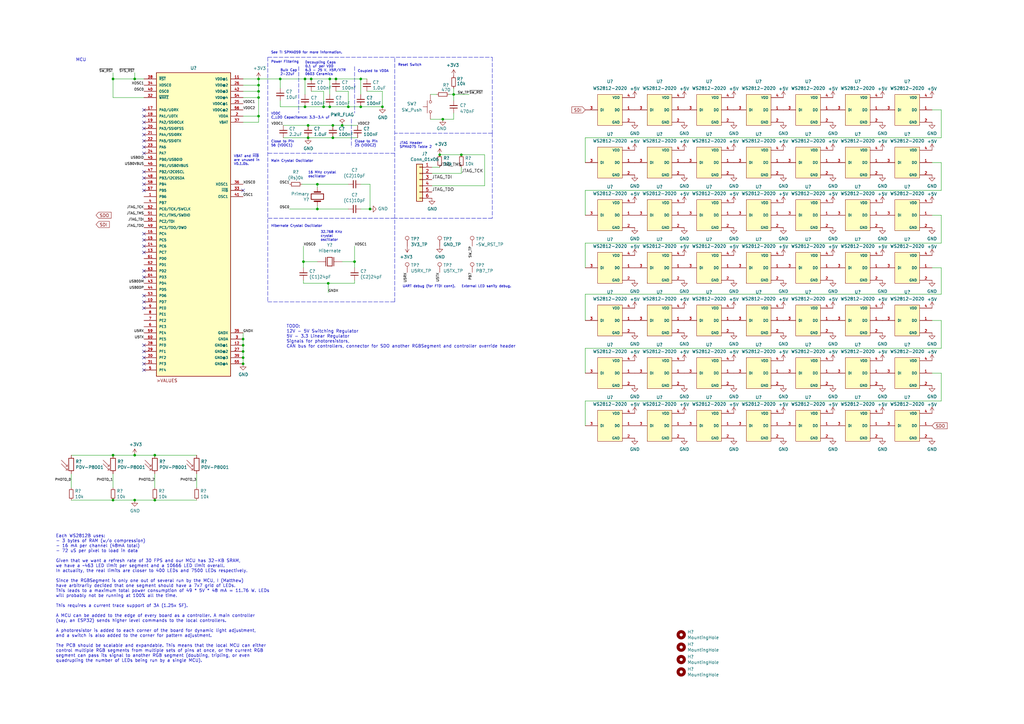
<source format=kicad_sch>
(kicad_sch (version 20211123) (generator eeschema)
  (paper "A3")
  (title_block (title "MarqueeRGB") (date "2022-04-06") (rev "v1.0.0") (company "IEEE RAS") (comment 1 "Matthew Yu"))
  (junction (at 99.695 149.225))
  (junction (at 132.715 43.815))
  (junction (at 106.045 47.625))
  (junction (at 46.355 32.385))
  (junction (at 106.045 34.925))
  (junction (at 63.5 205.105))
  (junction (at 135.255 43.815))
  (junction (at 63.5 186.69))
  (junction (at 151.765 85.725))
  (junction (at 126.365 56.515))
  (junction (at 55.245 205.105))
  (junction (at 99.695 146.685))
  (junction (at 140.335 51.435))
  (junction (at 181.61 48.895))
  (junction (at 125.095 32.385))
  (junction (at 156.845 43.815))
  (junction (at 125.095 43.815))
  (junction (at 189.23 63.5))
  (junction (at 46.355 205.105))
  (junction (at 114.935 32.385))
  (junction (at 147.955 43.815))
  (junction (at 127.635 32.385))
  (junction (at 186.055 38.735))
  (junction (at 106.045 37.465))
  (junction (at 136.525 51.435))
  (junction (at 55.245 186.69))
  (junction (at 106.045 32.385))
  (junction (at 142.875 43.815))
  (junction (at 99.695 141.605))
  (junction (at 136.525 56.515))
  (junction (at 126.365 51.435))
  (junction (at 46.355 186.69))
  (junction (at 130.175 75.565))
  (junction (at 99.695 144.145))
  (junction (at 99.695 139.065))
  (junction (at 147.955 32.385))
  (junction (at 124.46 107.315))
  (junction (at 130.175 85.725))
  (junction (at 145.415 107.315))
  (junction (at 137.795 32.385))
  (junction (at 134.62 116.205))
  (junction (at 55.245 32.385))
  (junction (at 180.34 63.5))
  (junction (at 135.255 32.385))
  (junction (at 106.045 40.005))
  (no_connect (at 59.055 123.825))
  (no_connect (at 59.055 70.485))
  (no_connect (at 59.055 55.245))
  (no_connect (at 59.055 75.565))
  (no_connect (at 59.055 121.285))
  (no_connect (at 59.055 103.505))
  (no_connect (at 59.055 47.625))
  (no_connect (at 59.055 100.965))
  (no_connect (at 59.055 73.025))
  (no_connect (at 59.055 98.425))
  (no_connect (at 59.055 57.785))
  (no_connect (at 59.055 126.365))
  (no_connect (at 59.055 95.885))
  (no_connect (at 59.055 50.165))
  (no_connect (at 59.055 62.865))
  (no_connect (at 59.055 60.325))
  (no_connect (at 59.055 52.705))
  (no_connect (at 59.055 144.145))
  (no_connect (at 59.055 141.605))
  (no_connect (at 99.695 78.105))
  (no_connect (at 59.055 113.665))
  (no_connect (at 59.055 149.225))
  (no_connect (at 59.055 45.085))
  (no_connect (at 59.055 151.765))
  (no_connect (at 59.055 146.685))
  (no_connect (at 59.055 111.125))
  (no_connect (at 59.055 78.105))
  (polyline (pts (xy 201.93 54.61) (xy 201.93 89.535)))
  (wire (pts (xy 177.165 71.12) (xy 189.23 71.12)))
  (wire (pts (xy 124.46 107.315) (xy 124.46 100.965)))
  (wire (pts (xy 106.045 47.625) (xy 106.045 40.005)))
  (wire (pts (xy 124.46 116.205) (xy 134.62 116.205)))
  (wire (pts (xy 46.355 186.69) (xy 55.245 186.69)))
  (wire (pts (xy 55.245 205.105) (xy 63.5 205.105)))
  (wire (pts (xy 130.175 84.455) (xy 130.175 85.725)))
  (wire (pts (xy 240.03 109.855) (xy 240.03 99.695)))
  (wire (pts (xy 106.045 32.385) (xy 114.935 32.385)))
  (polyline (pts (xy 161.925 123.825) (xy 161.925 23.495)))
  (wire (pts (xy 63.5 200.025) (xy 63.5 194.31)))
  (wire (pts (xy 181.61 48.895) (xy 176.53 48.895)))
  (wire (pts (xy 126.365 56.515) (xy 136.525 56.515)))
  (wire (pts (xy 116.205 51.435) (xy 126.365 51.435)))
  (wire (pts (xy 151.765 75.565) (xy 151.765 85.725)))
  (wire (pts (xy 382.27 88.265) (xy 386.08 88.265)))
  (wire (pts (xy 99.695 37.465) (xy 106.045 37.465)))
  (wire (pts (xy 180.34 68.58) (xy 177.165 68.58)))
  (wire (pts (xy 142.875 43.815) (xy 147.955 43.815)))
  (wire (pts (xy 146.685 51.435) (xy 140.335 51.435)))
  (polyline (pts (xy 122.555 27.305) (xy 122.555 46.355)))
  (wire (pts (xy 114.935 32.385) (xy 125.095 32.385)))
  (wire (pts (xy 106.045 50.165) (xy 106.045 47.625)))
  (wire (pts (xy 124.46 116.205) (xy 124.46 114.935)))
  (wire (pts (xy 46.355 40.005) (xy 46.355 32.385)))
  (wire (pts (xy 130.175 85.725) (xy 118.745 85.725)))
  (polyline (pts (xy 201.93 89.535) (xy 161.925 89.535)))
  (wire (pts (xy 386.08 88.265) (xy 386.08 99.695)))
  (wire (pts (xy 55.245 29.845) (xy 55.245 32.385)))
  (wire (pts (xy 135.255 43.815) (xy 132.715 43.815)))
  (wire (pts (xy 180.34 63.5) (xy 189.23 63.5)))
  (wire (pts (xy 136.525 56.515) (xy 146.685 56.515)))
  (wire (pts (xy 63.5 186.69) (xy 80.645 186.69)))
  (wire (pts (xy 147.955 75.565) (xy 151.765 75.565)))
  (wire (pts (xy 114.935 43.815) (xy 125.095 43.815)))
  (wire (pts (xy 145.415 107.315) (xy 145.415 109.855)))
  (wire (pts (xy 137.795 37.465) (xy 142.875 37.465)))
  (polyline (pts (xy 161.925 62.865) (xy 109.855 62.865)))
  (wire (pts (xy 126.365 51.435) (xy 136.525 51.435)))
  (polyline (pts (xy 144.145 48.895) (xy 144.145 60.325)))
  (wire (pts (xy 186.055 36.195) (xy 186.055 38.735)))
  (wire (pts (xy 132.715 37.465) (xy 132.715 43.815)))
  (wire (pts (xy 386.08 131.445) (xy 386.08 142.875)))
  (wire (pts (xy 99.695 32.385) (xy 106.045 32.385)))
  (wire (pts (xy 386.08 66.675) (xy 386.08 78.105)))
  (wire (pts (xy 99.695 50.165) (xy 106.045 50.165)))
  (wire (pts (xy 151.765 85.725) (xy 147.955 85.725)))
  (wire (pts (xy 99.695 144.145) (xy 99.695 146.685)))
  (wire (pts (xy 386.08 78.105) (xy 240.03 78.105)))
  (wire (pts (xy 150.495 37.465) (xy 156.845 37.465)))
  (wire (pts (xy 142.875 43.815) (xy 135.255 43.815)))
  (wire (pts (xy 130.175 85.725) (xy 142.875 85.725)))
  (wire (pts (xy 240.03 164.465) (xy 240.03 174.625)))
  (wire (pts (xy 186.055 38.735) (xy 192.405 38.735)))
  (wire (pts (xy 198.755 76.2) (xy 177.165 76.2)))
  (wire (pts (xy 240.03 66.675) (xy 240.03 56.515)))
  (wire (pts (xy 135.255 32.385) (xy 135.255 38.735)))
  (wire (pts (xy 46.355 32.385) (xy 55.245 32.385)))
  (wire (pts (xy 382.27 131.445) (xy 386.08 131.445)))
  (polyline (pts (xy 201.93 54.61) (xy 161.925 54.61)))
  (wire (pts (xy 46.355 29.845) (xy 46.355 32.385)))
  (wire (pts (xy 240.03 120.65) (xy 240.03 131.445)))
  (wire (pts (xy 46.355 200.025) (xy 46.355 194.31)))
  (wire (pts (xy 124.46 107.315) (xy 124.46 109.855)))
  (wire (pts (xy 186.055 38.735) (xy 186.055 41.275)))
  (wire (pts (xy 382.27 66.675) (xy 386.08 66.675)))
  (wire (pts (xy 240.03 153.035) (xy 240.03 142.875)))
  (wire (pts (xy 99.695 139.065) (xy 99.695 141.605)))
  (wire (pts (xy 181.61 48.895) (xy 186.055 48.895)))
  (wire (pts (xy 186.055 38.735) (xy 184.15 38.735)))
  (wire (pts (xy 156.845 37.465) (xy 156.845 43.815)))
  (wire (pts (xy 99.695 141.605) (xy 99.695 144.145)))
  (wire (pts (xy 127.635 37.465) (xy 132.715 37.465)))
  (wire (pts (xy 142.875 37.465) (xy 142.875 43.815)))
  (wire (pts (xy 55.245 186.69) (xy 63.5 186.69)))
  (wire (pts (xy 106.045 34.925) (xy 106.045 32.385)))
  (wire (pts (xy 114.935 41.275) (xy 114.935 43.815)))
  (wire (pts (xy 145.415 107.315) (xy 145.415 100.965)))
  (wire (pts (xy 55.245 32.385) (xy 59.055 32.385)))
  (wire (pts (xy 127.635 32.385) (xy 135.255 32.385)))
  (wire (pts (xy 382.27 45.085) (xy 386.08 45.085)))
  (wire (pts (xy 386.08 109.855) (xy 386.08 120.65)))
  (wire (pts (xy 147.955 32.385) (xy 150.495 32.385)))
  (wire (pts (xy 189.23 71.12) (xy 189.23 68.58)))
  (wire (pts (xy 386.08 45.085) (xy 386.08 56.515)))
  (wire (pts (xy 29.21 186.69) (xy 46.355 186.69)))
  (wire (pts (xy 386.08 164.465) (xy 240.03 164.465)))
  (wire (pts (xy 386.08 120.65) (xy 240.03 120.65)))
  (wire (pts (xy 124.46 107.315) (xy 130.175 107.315)))
  (wire (pts (xy 156.845 43.815) (xy 147.955 43.815)))
  (wire (pts (xy 240.03 99.695) (xy 386.08 99.695)))
  (polyline (pts (xy 109.855 123.825) (xy 161.925 123.825)))
  (wire (pts (xy 189.23 63.5) (xy 198.755 63.5)))
  (wire (pts (xy 106.045 37.465) (xy 106.045 34.925)))
  (polyline (pts (xy 145.415 27.305) (xy 145.415 46.355)))
  (wire (pts (xy 80.645 200.025) (xy 80.645 194.31)))
  (wire (pts (xy 145.415 114.935) (xy 145.415 116.205)))
  (wire (pts (xy 125.095 32.385) (xy 125.095 38.735)))
  (wire (pts (xy 125.095 32.385) (xy 127.635 32.385)))
  (wire (pts (xy 382.27 153.035) (xy 386.08 153.035)))
  (wire (pts (xy 123.825 75.565) (xy 130.175 75.565)))
  (polyline (pts (xy 109.855 23.495) (xy 109.855 123.825)))
  (wire (pts (xy 240.03 78.105) (xy 240.03 88.265)))
  (wire (pts (xy 147.955 32.385) (xy 147.955 38.735)))
  (wire (pts (xy 106.045 40.005) (xy 106.045 37.465)))
  (wire (pts (xy 140.335 51.435) (xy 136.525 51.435)))
  (polyline (pts (xy 109.855 23.495) (xy 201.93 23.495)))
  (wire (pts (xy 134.62 116.205) (xy 145.415 116.205)))
  (wire (pts (xy 55.245 205.105) (xy 46.355 205.105)))
  (wire (pts (xy 386.08 153.035) (xy 386.08 164.465)))
  (wire (pts (xy 140.335 107.315) (xy 145.415 107.315)))
  (wire (pts (xy 240.03 56.515) (xy 386.08 56.515)))
  (polyline (pts (xy 201.93 23.495) (xy 201.93 54.61)))
  (wire (pts (xy 99.695 136.525) (xy 99.695 139.065)))
  (wire (pts (xy 179.07 38.735) (xy 176.53 38.735)))
  (wire (pts (xy 135.255 32.385) (xy 137.795 32.385)))
  (wire (pts (xy 29.21 205.105) (xy 46.355 205.105)))
  (wire (pts (xy 130.175 76.835) (xy 130.175 75.565)))
  (wire (pts (xy 132.715 43.815) (xy 125.095 43.815)))
  (wire (pts (xy 63.5 205.105) (xy 80.645 205.105)))
  (wire (pts (xy 382.27 109.855) (xy 386.08 109.855)))
  (wire (pts (xy 99.695 40.005) (xy 106.045 40.005)))
  (wire (pts (xy 99.695 34.925) (xy 106.045 34.925)))
  (wire (pts (xy 116.205 56.515) (xy 126.365 56.515)))
  (wire (pts (xy 134.62 120.015) (xy 134.62 116.205)))
  (wire (pts (xy 99.695 146.685) (xy 99.695 149.225)))
  (polyline (pts (xy 161.925 89.535) (xy 109.855 89.535)))
  (wire (pts (xy 137.795 32.385) (xy 147.955 32.385)))
  (wire (pts (xy 186.055 48.895) (xy 186.055 46.355)))
  (wire (pts (xy 99.695 47.625) (xy 106.045 47.625)))
  (wire (pts (xy 240.03 142.875) (xy 386.08 142.875)))
  (wire (pts (xy 29.21 200.025) (xy 29.21 194.31)))
  (wire (pts (xy 114.935 36.195) (xy 114.935 32.385)))
  (wire (pts (xy 198.755 63.5) (xy 198.755 76.2)))
  (wire (pts (xy 59.055 40.005) (xy 46.355 40.005)))
  (wire (pts (xy 130.175 75.565) (xy 142.875 75.565)))
  (text "Coupled to VDDA" (at 146.685 29.845 0) (effects (font (size 0.9906 0.9906)) (justify left bottom)))
  (text "External LED sanity debug." (at 189.23 118.11 0) (effects (font (size 0.9906 0.9906)) (justify left bottom)))
  (text "Close to Pin\n56 (VDDC1)" (at 111.125 60.325 0) (effects (font (size 0.9906 0.9906)) (justify left bottom)))
  (text "JTAG Header\nSPMA075 Table 2" (at 163.83 60.96 0) (effects (font (size 0.9906 0.9906)) (justify left bottom)))
  (text "Main Crystal Oscillator" (at 111.125 66.675 0) (effects (font (size 0.9906 0.9906)) (justify left bottom)))
  (text "16 MHz crystal\noscillator" (at 126.365 73.025 0) (effects (font (size 0.9906 0.9906)) (justify left bottom)))
  (text "UART debug (for FTDI conn)." (at 165.1 118.11 0) (effects (font (size 0.9906 0.9906)) (justify left bottom)))
  (text "Decoupling Caps\n0.1 uF per VDD\n6.3 - 25 V, X5R/X7R \n0603 Ceramics" (at 125.095 31.115 0) (effects (font (size 0.9906 0.9906)) (justify left bottom)))
  (text "32.768 KHz \ncrystal\noscillator" (at 131.445 99.06 0) (effects (font (size 0.9906 0.9906)) (justify left bottom)))
  (text "TODO:\n12V - 5V Switching Regulator\n5V - 3.3 Linear Regulator\nSignals for photoresistors,\nCAN bus for controllers, connector for SDO another RGBSegment and controller override header" (at 117.475 142.875 0) (effects (font (size 1.27 1.27)) (justify left bottom)))
  (text "VBAT and ~{HIB} \nare unused in \nV0.1.0b." (at 95.885 67.945 0) (effects (font (size 0.9906 0.9906)) (justify left bottom)))
  (text "Close to Pin\n25 (VDDC2)" (at 145.415 60.325 0) (effects (font (size 0.9906 0.9906)) (justify left bottom)))
  (text "See TI SPMA059 for more information." (at 111.125 22.225 0) (effects (font (size 0.9906 0.9906)) (justify left bottom)))
  (text "Hibernate Crystal Oscillator" (at 111.125 93.345 0) (effects (font (size 0.9906 0.9906)) (justify left bottom)))
  (text "Reset Switch" (at 163.195 27.305 0) (effects (font (size 0.9906 0.9906)) (justify left bottom)))
  (text "VDDC\nC_LDO Capacitance: 3.3-3.4 uF" (at 111.125 48.895 0) (effects (font (size 0.9906 0.9906)) (justify left bottom)))
  (text "MCU" (at 31.115 25.4 0) (effects (font (size 1.27 1.27)) (justify left bottom)))
  (text "Each WS2812B uses:\n- 3 bytes of RAM (w/o compression)\n- 16 mA per channel (48mA total)\n- 72 uS per pixel to load in data\n\nGiven that we want a refresh rate of 30 FPS and our MCU has 32-KB SRAM, \nwe have a ~463 LED limit per segment and a 10666 LED limit overall. \nIn actuality, the real limits are closer to 400 LEDs and 7500 LEDs respectively.\n\nSince the RGBSegment is only one out of several run by the MCU, I (Matthew)\nhave arbitrarily decided that one segment should have a 7x7 grid of LEDs.\nThis leads to a maximum total power consumption of 49 * 5V * 48 mA = 11.76 W. LEDs\nwill probably not be running at 100% all the time.\n\nThis requires a current trace support of 3A (1.25x SF).\n\nA MCU can be added to the edge of every board as a controller. A main controller\n(say, an ESP32) sends higher level commands to the local controllers.\n\nA photoresistor is added to each corner of the board for dynamic light adjustment,\nand a switch is also added to the corner for pattern adjustment.\n\nThe PCB should be scalable and expandable. This means that the local MCU can either\ncontrol multiple RGB segments from multiple sets of pins at once, or the current RGB\nsegment can pass its signal to another RGB segment (doubling, tripling, or even \nquadrupling the number of LEDs being run by a single MCU)." (at 22.86 271.78 0) (effects (font (size 1.27 1.27)) (justify left bottom)))
  (text "Power Filtering" (at 111.125 26.035 0) (effects (font (size 0.9906 0.9906)) (justify left bottom)))
  (text "Bulk Cap\n2-22uF" (at 114.935 31.115 0) (effects (font (size 0.9906 0.9906)) (justify left bottom)))
  (label "U5TX" (at 59.055 139.065 180) (effects (font (size 0.9906 0.9906))))
  (label "GNDX" (at 134.62 120.015 0) (effects (font (size 0.9906 0.9906))))
  (label "OSC0" (at 59.055 37.465 180) (effects (font (size 0.9906 0.9906))))
  (label "U5TX" (at 180.34 111.76 270) (effects (font (size 0.9906 0.9906))))
  (label "USB0ID" (at 59.055 65.405 180) (effects (font (size 0.9906 0.9906))))
  (label "VDDC2" (at 99.695 45.085 0) (effects (font (size 0.9906 0.9906))))
  (label "SW_TP" (at 193.675 100.965 270) (effects (font (size 0.9906 0.9906))))
  (label "OSC0" (at 118.745 85.725 180) (effects (font (size 0.9906 0.9906))))
  (label "PHOTO_1" (at 46.355 197.485 180) (effects (font (size 0.9906 0.9906))))
  (label "~{SW_RST}" (at 192.405 38.735 0) (effects (font (size 0.9906 0.9906))))
  (label "USB0DM" (at 59.055 116.205 180) (effects (font (size 0.9906 0.9906))))
  (label "XOSC1" (at 145.415 100.965 0) (effects (font (size 0.9906 0.9906))))
  (label "XOSC0" (at 124.46 100.965 0) (effects (font (size 0.9906 0.9906))))
  (label "VDDC1" (at 99.695 42.545 0) (effects (font (size 0.9906 0.9906))))
  (label "U5RX" (at 167.005 111.76 270) (effects (font (size 0.9906 0.9906))))
  (label "JTAG_TDI" (at 59.055 90.805 180) (effects (font (size 0.9906 0.9906))))
  (label "~{SYS_RST}" (at 55.245 29.845 180) (effects (font (size 0.9906 0.9906))))
  (label "JTAG_TMS" (at 59.055 88.265 180) (effects (font (size 0.9906 0.9906))))
  (label "JTAG_TCK" (at 59.055 85.725 180) (effects (font (size 0.9906 0.9906))))
  (label "~{SW_RST}" (at 46.355 29.845 180) (effects (font (size 0.9906 0.9906))))
  (label "JTAG_TDI" (at 177.165 73.66 0))
  (label "XOSC1" (at 59.055 34.925 180) (effects (font (size 0.9906 0.9906))))
  (label "JTAG_TDO" (at 177.165 78.74 0))
  (label "USB0VBUS" (at 59.055 67.945 180) (effects (font (size 0.9906 0.9906))))
  (label "SW_TP" (at 192.405 38.735 180) (effects (font (size 0.9906 0.9906))))
  (label "PB7" (at 193.675 111.76 270) (effects (font (size 0.9906 0.9906))))
  (label "U5RX" (at 59.055 136.525 180) (effects (font (size 0.9906 0.9906))))
  (label "XOSC0" (at 99.695 75.565 0) (effects (font (size 0.9906 0.9906))))
  (label "PHOTO_3" (at 80.645 197.485 180) (effects (font (size 0.9906 0.9906))))
  (label "GNDX" (at 99.695 136.525 0) (effects (font (size 0.9906 0.9906))))
  (label "PHOTO_2" (at 63.5 197.485 180) (effects (font (size 0.9906 0.9906))))
  (label "JTAG_TCK" (at 189.23 71.12 0))
  (label "PHOTO_0" (at 29.21 197.485 180) (effects (font (size 0.9906 0.9906))))
  (label "VDDC1" (at 116.205 51.435 180) (effects (font (size 0.9906 0.9906))))
  (label "JTAG_TDO" (at 59.055 93.345 180) (effects (font (size 0.9906 0.9906))))
  (label "VDDC2" (at 146.685 51.435 0) (effects (font (size 0.9906 0.9906))))
  (label "USB0DP" (at 59.055 118.745 180) (effects (font (size 0.9906 0.9906))))
  (label "OSC1" (at 118.745 75.565 180) (effects (font (size 0.9906 0.9906))))
  (label "JTAG_TMS" (at 180.34 68.58 0))
  (label "OSC1" (at 99.695 80.645 0) (effects (font (size 0.9906 0.9906))))
  (global_label "SDO" (shape input) (at 39.37 88.265 0) (property "Intersheet References" "${INTERSHEET_REFS}" (effects hide)))
  (global_label "SDO" (shape input) (at 382.27 174.625 0) (property "Intersheet References" "${INTERSHEET_REFS}" (effects hide)))
  (global_label "SDI" (shape input) (at 39.37 92.075 0) (property "Intersheet References" "${INTERSHEET_REFS}" (effects hide)))
  (global_label "SDI" (shape input) (at 240.03 45.085 180) (property "Intersheet References" "${INTERSHEET_REFS}" (effects hide)))
  (symbol (lib_id "WS2812-2020:WS2812-2020") (at 351.79 45.085 0) (unit 1)
    (property "Reference" "U?" (at 351.79 33.4223 0))
    (property "Value" "WS2812-2020" (at 351.79 36.1974 0))
    (property "Footprint" "SnapEDA Library:LED_WS2812-2020" (effects hide))
    (property "Datasheet" "https://www.mouser.com/pdfDocs/WS2812B-2020_V10_EN_181106150240761.pdf" (effects hide))
    (property "Distributor" "JLCPCB" (effects hide))
    (property "Manufacturer" "Worldsemi" (effects hide))
    (property "JLCPCB BOM" "1" (effects hide))
    (property "LCSC Part" "C965555" (effects hide))
    (property "Part Number" "WS2812B-2020" (effects hide))
    (property "Projected Cost" "0.1525" (effects hide))
    (property "Purchase Page" "N/A" (effects hide))
    (property "STANDARD" "Manufacturer Recommendations" (effects hide))
    (property "MANUFACTURER" "Worldsemi" (effects hide))
  )
  (symbol (lib_id "power:+5V") (at 361.95 104.775 0) (unit 1)
    (property "Reference" "#PWR?" (effects hide))
    (property "Value" "+5V" (at 361.95 101.1705 0))
  )
  (symbol (lib_id "Device:R_Small") (at 189.23 66.04 180) (unit 1)
    (property "Reference" "R?" (at 190.7286 64.8716 0) (effects (justify right)))
    (property "Value" "10k" (at 190.7286 67.183 0) (effects (justify right)))
    (property "Footprint" "Resistor_SMD:R_0402_1005Metric" (effects hide))
    (property "Datasheet" "https://datasheet.lcsc.com/lcsc/1809301717_UNI-ROYAL-Uniroyal-Elec-0402WGF1002TCE_C25744.pdf" (effects hide))
    (property "Distributor" "JLCPCB" (effects hide))
    (property "Manufacturer" "UNIROYAL-ELEC" (effects hide))
    (property "Part Number" "0402WGF1002TCE" (effects hide))
    (property "Purchase Page" "N/A" (effects hide))
    (property "Temperature Low" "-55 C" (effects hide))
    (property "Temperature High" "155 C" (effects hide))
    (property "Sheet" "JTAG" (effects hide))
    (property "Projected Cost" "0.0004" (effects hide))
    (property "JLCPCB BOM" "1" (effects hide))
    (property "LCSC Part" "0402WGF1002TCE" (effects hide))
  )
  (symbol (lib_id "Device:R_Photo") (at 46.355 190.5 0) (unit 1)
    (property "Reference" "R?" (at 48.133 189.3316 0) (effects (justify left)))
    (property "Value" "PDV-P8001" (at 48.133 191.643 0) (effects (justify left)))
    (property "Footprint" "Footprints:PDV-P8001" (effects hide))
    (property "Distributor" "Adafruit" (effects hide))
    (property "JLCPCB BOM" "0" (effects hide))
    (property "Manufacturer" "N/A" (effects hide))
    (property "Part Number" "161" (effects hide))
    (property "Projected Cost" "0.95" (effects hide))
    (property "Purchase Page" "https://www.adafruit.com/product/161" (effects hide))
    (property "Sheet" "Main" (effects hide))
  )
  (symbol (lib_id "power:GND") (at 260.35 93.345 0) (unit 1)
    (property "Reference" "#PWR?" (effects hide))
    (property "Value" "GND" (at 260.35 97.9075 0))
  )
  (symbol (lib_id "Device:C_Small") (at 186.055 43.815 0) (mirror x) (unit 1)
    (property "Reference" "C?" (at 188.595 43.18 0) (effects (justify left)))
    (property "Value" "470nF" (at 188.595 45.72 0) (effects (justify left)))
    (property "Footprint" "Capacitor_SMD:C_0402_1005Metric" (effects hide))
    (property "Datasheet" "https://datasheet.lcsc.com/lcsc/1810191214_Samsung-Electro-Mechanics-CL05A474KP5NNNC_C47339.pdf" (effects hide))
    (property "Distributor" "JLCPCB" (effects hide))
    (property "Manufacturer" "Samsung Electro-Mechanics" (effects hide))
    (property "Part Number" "CL05A474KP5NNNC" (effects hide))
    (property "Purchase Page" "N/A" (effects hide))
    (property "Temperature Low" "-55 C" (effects hide))
    (property "Temperature High" "125 C" (effects hide))
    (property "Sheet" "Main" (effects hide))
    (property "Projected Cost" "0.0022" (effects hide))
    (property "JLCPCB BOM" "1" (effects hide))
    (property "LCSC Part" "CL05A474KP5NNNC" (effects hide))
  )
  (symbol (lib_id "power:+5V") (at 341.63 61.595 0) (unit 1)
    (property "Reference" "#PWR?" (effects hide))
    (property "Value" "+5V" (at 341.63 57.9905 0))
  )
  (symbol (lib_id "power:+5V") (at 300.99 126.365 0) (unit 1)
    (property "Reference" "#PWR?" (effects hide))
    (property "Value" "+5V" (at 300.99 122.7605 0))
  )
  (symbol (lib_id "WS2812-2020:WS2812-2020") (at 311.15 131.445 0) (unit 1)
    (property "Reference" "U?" (at 311.15 119.7823 0))
    (property "Value" "WS2812-2020" (at 311.15 122.5574 0))
    (property "Footprint" "SnapEDA Library:LED_WS2812-2020" (effects hide))
    (property "Datasheet" "https://www.mouser.com/pdfDocs/WS2812B-2020_V10_EN_181106150240761.pdf" (effects hide))
    (property "Distributor" "JLCPCB" (effects hide))
    (property "Manufacturer" "Worldsemi" (effects hide))
    (property "JLCPCB BOM" "1" (effects hide))
    (property "LCSC Part" "C965555" (effects hide))
    (property "Part Number" "WS2812B-2020" (effects hide))
    (property "Projected Cost" "0.1525" (effects hide))
    (property "Purchase Page" "N/A" (effects hide))
    (property "STANDARD" "Manufacturer Recommendations" (effects hide))
    (property "MANUFACTURER" "Worldsemi" (effects hide))
  )
  (symbol (lib_id "power:+5V") (at 300.99 40.005 0) (unit 1)
    (property "Reference" "#PWR?" (effects hide))
    (property "Value" "+5V" (at 300.99 36.4005 0))
  )
  (symbol (lib_id "power:GND") (at 300.99 93.345 0) (unit 1)
    (property "Reference" "#PWR?" (effects hide))
    (property "Value" "GND" (at 300.99 97.9075 0))
  )
  (symbol (lib_id "power:+5V") (at 361.95 83.185 0) (unit 1)
    (property "Reference" "#PWR?" (effects hide))
    (property "Value" "+5V" (at 361.95 79.5805 0))
  )
  (symbol (lib_id "power:+5V") (at 260.35 126.365 0) (unit 1)
    (property "Reference" "#PWR?" (effects hide))
    (property "Value" "+5V" (at 260.35 122.7605 0))
  )
  (symbol (lib_id "WS2812-2020:WS2812-2020") (at 270.51 66.675 0) (unit 1)
    (property "Reference" "U?" (at 270.51 55.0123 0))
    (property "Value" "WS2812-2020" (at 270.51 57.7874 0))
    (property "Footprint" "SnapEDA Library:LED_WS2812-2020" (effects hide))
    (property "Datasheet" "https://www.mouser.com/pdfDocs/WS2812B-2020_V10_EN_181106150240761.pdf" (effects hide))
    (property "Distributor" "JLCPCB" (effects hide))
    (property "Manufacturer" "Worldsemi" (effects hide))
    (property "JLCPCB BOM" "1" (effects hide))
    (property "LCSC Part" "C965555" (effects hide))
    (property "Part Number" "WS2812B-2020" (effects hide))
    (property "Projected Cost" "0.1525" (effects hide))
    (property "Purchase Page" "N/A" (effects hide))
    (property "STANDARD" "Manufacturer Recommendations" (effects hide))
    (property "MANUFACTURER" "Worldsemi" (effects hide))
  )
  (symbol (lib_id "power:+5V") (at 361.95 169.545 0) (unit 1)
    (property "Reference" "#PWR?" (effects hide))
    (property "Value" "+5V" (at 361.95 165.9405 0))
  )
  (symbol (lib_id "WS2812-2020:WS2812-2020") (at 351.79 174.625 0) (unit 1)
    (property "Reference" "U?" (at 351.79 162.9623 0))
    (property "Value" "WS2812-2020" (at 351.79 165.7374 0))
    (property "Footprint" "SnapEDA Library:LED_WS2812-2020" (effects hide))
    (property "Datasheet" "https://www.mouser.com/pdfDocs/WS2812B-2020_V10_EN_181106150240761.pdf" (effects hide))
    (property "Distributor" "JLCPCB" (effects hide))
    (property "Manufacturer" "Worldsemi" (effects hide))
    (property "JLCPCB BOM" "1" (effects hide))
    (property "LCSC Part" "C965555" (effects hide))
    (property "Part Number" "WS2812B-2020" (effects hide))
    (property "Projected Cost" "0.1525" (effects hide))
    (property "Purchase Page" "N/A" (effects hide))
    (property "STANDARD" "Manufacturer Recommendations" (effects hide))
    (property "MANUFACTURER" "Worldsemi" (effects hide))
  )
  (symbol (lib_id "WS2812-2020:WS2812-2020") (at 290.83 66.675 0) (unit 1)
    (property "Reference" "U?" (at 290.83 55.0123 0))
    (property "Value" "WS2812-2020" (at 290.83 57.7874 0))
    (property "Footprint" "SnapEDA Library:LED_WS2812-2020" (effects hide))
    (property "Datasheet" "https://www.mouser.com/pdfDocs/WS2812B-2020_V10_EN_181106150240761.pdf" (effects hide))
    (property "Distributor" "JLCPCB" (effects hide))
    (property "Manufacturer" "Worldsemi" (effects hide))
    (property "JLCPCB BOM" "1" (effects hide))
    (property "LCSC Part" "C965555" (effects hide))
    (property "Part Number" "WS2812B-2020" (effects hide))
    (property "Projected Cost" "0.1525" (effects hide))
    (property "Purchase Page" "N/A" (effects hide))
    (property "STANDARD" "Manufacturer Recommendations" (effects hide))
    (property "MANUFACTURER" "Worldsemi" (effects hide))
  )
  (symbol (lib_id "power:+5V") (at 382.27 61.595 0) (unit 1)
    (property "Reference" "#PWR?" (effects hide))
    (property "Value" "+5V" (at 382.27 57.9905 0))
  )
  (symbol (lib_id "WS2812-2020:WS2812-2020") (at 250.19 153.035 0) (unit 1)
    (property "Reference" "U?" (at 250.19 141.3723 0))
    (property "Value" "WS2812-2020" (at 250.19 144.1474 0))
    (property "Footprint" "SnapEDA Library:LED_WS2812-2020" (effects hide))
    (property "Datasheet" "https://www.mouser.com/pdfDocs/WS2812B-2020_V10_EN_181106150240761.pdf" (effects hide))
    (property "Distributor" "JLCPCB" (effects hide))
    (property "Manufacturer" "Worldsemi" (effects hide))
    (property "JLCPCB BOM" "1" (effects hide))
    (property "LCSC Part" "C965555" (effects hide))
    (property "Part Number" "WS2812B-2020" (effects hide))
    (property "Projected Cost" "0.1525" (effects hide))
    (property "Purchase Page" "N/A" (effects hide))
    (property "STANDARD" "Manufacturer Recommendations" (effects hide))
    (property "MANUFACTURER" "Worldsemi" (effects hide))
  )
  (symbol (lib_id "power:GND") (at 55.245 205.105 0) (unit 1)
    (property "Reference" "#PWR?" (effects hide))
    (property "Value" "GND" (at 55.372 209.4992 0))
  )
  (symbol (lib_id "Device:C_Small") (at 147.955 41.275 0) (unit 1)
    (property "Reference" "C?" (at 150.2918 40.1066 0) (effects (justify left)))
    (property "Value" "100nF" (at 150.2918 42.418 0) (effects (justify left)))
    (property "Footprint" "Capacitor_SMD:C_0402_1005Metric" (effects hide))
    (property "Datasheet" "https://datasheet.lcsc.com/lcsc/1810191219_Samsung-Electro-Mechanics-CL05B104KO5NNNC_C1525.pdf" (effects hide))
    (property "Sheet" "Main" (effects hide))
    (property "Distributor" "JLCPCB" (effects hide))
    (property "Manufacturer" "Samsung Electro-Mechanics" (effects hide))
    (property "Part Number" "CL05B104KO5NNNC" (effects hide))
    (property "Purchase Page" "N/A" (effects hide))
    (property "Temperature High" "125 C" (effects hide))
    (property "Temperature Low" "-55 C" (effects hide))
    (property "Projected Cost" "0.0007" (effects hide))
    (property "JLCPCB BOM" "1" (effects hide))
    (property "LCSC Part" "CL05B104KO5NNNC" (effects hide))
  )
  (symbol (lib_id "power:+5V") (at 361.95 126.365 0) (unit 1)
    (property "Reference" "#PWR?" (effects hide))
    (property "Value" "+5V" (at 361.95 122.7605 0))
  )
  (symbol (lib_id "power:+3.3V") (at 186.055 31.115 0) (mirror y) (unit 1)
    (property "Reference" "#PWR?" (effects hide))
    (property "Value" "+3.3V" (at 185.674 26.7208 0))
  )
  (symbol (lib_id "power:+5V") (at 361.95 40.005 0) (unit 1)
    (property "Reference" "#PWR?" (effects hide))
    (property "Value" "+5V" (at 361.95 36.4005 0))
  )
  (symbol (lib_id "WS2812-2020:WS2812-2020") (at 331.47 131.445 0) (unit 1)
    (property "Reference" "U?" (at 331.47 119.7823 0))
    (property "Value" "WS2812-2020" (at 331.47 122.5574 0))
    (property "Footprint" "SnapEDA Library:LED_WS2812-2020" (effects hide))
    (property "Datasheet" "https://www.mouser.com/pdfDocs/WS2812B-2020_V10_EN_181106150240761.pdf" (effects hide))
    (property "Distributor" "JLCPCB" (effects hide))
    (property "Manufacturer" "Worldsemi" (effects hide))
    (property "JLCPCB BOM" "1" (effects hide))
    (property "LCSC Part" "C965555" (effects hide))
    (property "Part Number" "WS2812B-2020" (effects hide))
    (property "Projected Cost" "0.1525" (effects hide))
    (property "Purchase Page" "N/A" (effects hide))
    (property "STANDARD" "Manufacturer Recommendations" (effects hide))
    (property "MANUFACTURER" "Worldsemi" (effects hide))
  )
  (symbol (lib_id "WS2812-2020:WS2812-2020") (at 250.19 88.265 0) (unit 1)
    (property "Reference" "U?" (at 250.19 76.6023 0))
    (property "Value" "WS2812-2020" (at 250.19 79.3774 0))
    (property "Footprint" "SnapEDA Library:LED_WS2812-2020" (effects hide))
    (property "Datasheet" "https://www.mouser.com/pdfDocs/WS2812B-2020_V10_EN_181106150240761.pdf" (effects hide))
    (property "Distributor" "JLCPCB" (effects hide))
    (property "Manufacturer" "Worldsemi" (effects hide))
    (property "JLCPCB BOM" "1" (effects hide))
    (property "LCSC Part" "C965555" (effects hide))
    (property "Part Number" "WS2812B-2020" (effects hide))
    (property "Projected Cost" "0.1525" (effects hide))
    (property "Purchase Page" "N/A" (effects hide))
    (property "STANDARD" "Manufacturer Recommendations" (effects hide))
    (property "MANUFACTURER" "Worldsemi" (effects hide))
  )
  (symbol (lib_id "Device:C_Small") (at 124.46 112.395 180) (unit 1)
    (property "Reference" "C?" (at 126.7968 111.2266 0) (effects (justify right)))
    (property "Value" "(C1)24pF" (at 126.7968 113.538 0) (effects (justify right)))
    (property "Footprint" "Capacitor_SMD:C_0402_1005Metric" (effects hide))
    (property "Datasheet" "https://www.mouser.com/datasheet/2/447/UPY_GP_NP0_16V_to_50V_18-1730511.pdf" (effects hide))
    (property "Distributor" "Mouser" (effects hide))
    (property "Manufacturer" "Yageo" (effects hide))
    (property "Part Number" "CC0402JRNPO9BN240" (effects hide))
    (property "Purchase Page" "https://www.mouser.com/ProductDetail/YAGEO/CC0402JRNPO9BN240?qs=5q%252BqlK8CmJTnJDFSVnM61w%3D%3D" (effects hide))
    (property "Temperature Low" "-55 C" (effects hide))
    (property "Temperature High" "125 C" (effects hide))
    (property "Sheet" "Main" (effects hide))
    (property "Projected Cost" "0.1" (effects hide))
    (property "JLCPCB BOM" "0" (effects hide))
  )
  (symbol (lib_id "Device:Crystal") (at 130.175 80.645 90) (unit 1)
    (property "Reference" "Y?" (at 126.8476 81.8134 90) (effects (justify left)))
    (property "Value" "Primary" (at 126.8476 79.502 90) (effects (justify left)))
    (property "Footprint" "Crystal:Crystal_SMD_Abracon_ABM3-2Pin_5.0x3.2mm_HandSoldering" (effects hide))
    (property "Datasheet" "https://media.digikey.com/pdf/Data%20Sheets/NDK%20PDFs/NX5032GA.pdf" (effects hide))
    (property "Distributor" "Digikey" (effects hide))
    (property "Manufacturer" "NDK America" (effects hide))
    (property "Part Number" "NX5032GA-16.000000MHZ-LN-CD-1" (effects hide))
    (property "Purchase Page" "https://www.digikey.com/en/products/detail/NX5032GA-16.000000MHZ-LN-CD-1/644-1037-1-ND/1128909?utm_campaign=buynow&utm_medium=aggregator&curr=usd&utm_source=octopart" (effects hide))
    (property "Temperature Low" "-10 C" (effects hide))
    (property "Temperature High" "70 C" (effects hide))
    (property "Sheet" "Main" (effects hide))
    (property "Projected Cost" "0.60" (effects hide))
    (property "JLCPCB BOM" "0" (effects hide))
  )
  (symbol (lib_id "power:GND") (at 321.31 50.165 0) (unit 1)
    (property "Reference" "#PWR?" (effects hide))
    (property "Value" "GND" (at 321.31 54.7275 0))
  )
  (symbol (lib_id "Device:C_Small") (at 114.935 38.735 0) (unit 1)
    (property "Reference" "C?" (at 117.2718 37.5666 0) (effects (justify left)))
    (property "Value" "10uF" (at 117.2718 39.878 0) (effects (justify left)))
    (property "Footprint" "Capacitor_SMD:C_0402_1005Metric" (effects hide))
    (property "Datasheet" "https://datasheet.lcsc.com/lcsc/1810191215_Samsung-Electro-Mechanics-CL05A106MQ5NUNC_C15525.pdf" (effects hide))
    (property "Distributor" "JLCPCB" (effects hide))
    (property "Manufacturer" "Samsung Electro-Mechanics" (effects hide))
    (property "Part Number" "CL05A106MQ5NUNC" (effects hide))
    (property "Temperature Low" "-55 C" (effects hide))
    (property "Temperature High" "85 C" (effects hide))
    (property "Sheet" "Main" (effects hide))
    (property "Purchase Page" "N/A" (effects hide))
    (property "Projected Cost" "0.004" (effects hide))
    (property "JLCPCB BOM" "1" (effects hide))
    (property "LCSC Part" "CL05A106MQ5NUNC" (effects hide))
  )
  (symbol (lib_id "WS2812-2020:WS2812-2020") (at 311.15 66.675 0) (unit 1)
    (property "Reference" "U?" (at 311.15 55.0123 0))
    (property "Value" "WS2812-2020" (at 311.15 57.7874 0))
    (property "Footprint" "SnapEDA Library:LED_WS2812-2020" (effects hide))
    (property "Datasheet" "https://www.mouser.com/pdfDocs/WS2812B-2020_V10_EN_181106150240761.pdf" (effects hide))
    (property "Distributor" "JLCPCB" (effects hide))
    (property "Manufacturer" "Worldsemi" (effects hide))
    (property "JLCPCB BOM" "1" (effects hide))
    (property "LCSC Part" "C965555" (effects hide))
    (property "Part Number" "WS2812B-2020" (effects hide))
    (property "Projected Cost" "0.1525" (effects hide))
    (property "Purchase Page" "N/A" (effects hide))
    (property "STANDARD" "Manufacturer Recommendations" (effects hide))
    (property "MANUFACTURER" "Worldsemi" (effects hide))
  )
  (symbol (lib_id "power:+5V") (at 260.35 61.595 0) (unit 1)
    (property "Reference" "#PWR?" (effects hide))
    (property "Value" "+5V" (at 260.35 57.9905 0))
  )
  (symbol (lib_id "power:PWR_FLAG") (at 140.335 51.435 0) (unit 1)
    (property "Reference" "#FLG?" (effects hide))
    (property "Value" "PWR_FLAG" (at 140.335 47.0408 0))
  )
  (symbol (lib_id "Connector:TestPoint") (at 180.34 100.965 0) (unit 1)
    (property "Reference" "TP?" (at 181.8132 97.9678 0) (effects (justify left)))
    (property "Value" "GND_TP" (at 181.8132 100.2792 0) (effects (justify left)))
    (property "Footprint" "TestPoint:TestPoint_Pad_1.0x1.0mm" (effects hide))
    (property "Sheet" "Main" (effects hide))
    (property "JLCPCB BOM" "0" (effects hide))
  )
  (symbol (lib_id "power:+5V") (at 300.99 104.775 0) (unit 1)
    (property "Reference" "#PWR?" (effects hide))
    (property "Value" "+5V" (at 300.99 101.1705 0))
  )
  (symbol (lib_id "power:GND") (at 300.99 71.755 0) (unit 1)
    (property "Reference" "#PWR?" (effects hide))
    (property "Value" "GND" (at 300.99 76.3175 0))
  )
  (symbol (lib_id "power:+5V") (at 341.63 83.185 0) (unit 1)
    (property "Reference" "#PWR?" (effects hide))
    (property "Value" "+5V" (at 341.63 79.5805 0))
  )
  (symbol (lib_id "WS2812-2020:WS2812-2020") (at 351.79 153.035 0) (unit 1)
    (property "Reference" "U?" (at 351.79 141.3723 0))
    (property "Value" "WS2812-2020" (at 351.79 144.1474 0))
    (property "Footprint" "SnapEDA Library:LED_WS2812-2020" (effects hide))
    (property "Datasheet" "https://www.mouser.com/pdfDocs/WS2812B-2020_V10_EN_181106150240761.pdf" (effects hide))
    (property "Distributor" "JLCPCB" (effects hide))
    (property "Manufacturer" "Worldsemi" (effects hide))
    (property "JLCPCB BOM" "1" (effects hide))
    (property "LCSC Part" "C965555" (effects hide))
    (property "Part Number" "WS2812B-2020" (effects hide))
    (property "Projected Cost" "0.1525" (effects hide))
    (property "Purchase Page" "N/A" (effects hide))
    (property "STANDARD" "Manufacturer Recommendations" (effects hide))
    (property "MANUFACTURER" "Worldsemi" (effects hide))
  )
  (symbol (lib_id "power:GND") (at 280.67 71.755 0) (unit 1)
    (property "Reference" "#PWR?" (effects hide))
    (property "Value" "GND" (at 280.67 76.3175 0))
  )
  (symbol (lib_id "power:+5V") (at 361.95 147.955 0) (unit 1)
    (property "Reference" "#PWR?" (effects hide))
    (property "Value" "+5V" (at 361.95 144.3505 0))
  )
  (symbol (lib_id "power:GND") (at 181.61 48.895 0) (mirror y) (unit 1)
    (property "Reference" "#PWR?" (effects hide))
    (property "Value" "GND" (at 179.07 52.705 0) (effects (justify right)))
  )
  (symbol (lib_id "Device:R_Small") (at 121.285 75.565 270) (unit 1)
    (property "Reference" "R?" (at 121.285 70.5866 90))
    (property "Value" "(Rs)0k" (at 121.285 72.898 90))
    (property "Footprint" "Resistor_SMD:R_0402_1005Metric" (effects hide))
    (property "Datasheet" "https://datasheet.lcsc.com/lcsc/1810301420_UNI-ROYAL-Uniroyal-Elec-0402WGF0000TCE_C17168.pdf" (effects hide))
    (property "Distributor" "JLCPCB" (effects hide))
    (property "Manufacturer" "UNIROYAL-ELEC" (effects hide))
    (property "Purchase Page" "N/A" (effects hide))
    (property "Part Number" "0402WGF0000TCE" (effects hide))
    (property "Temperature Low" "-55 C" (effects hide))
    (property "Temperature High" "155 C" (effects hide))
    (property "Sheet" "Main" (effects hide))
    (property "Projected Cost" "0.0004" (effects hide))
    (property "JLCPCB BOM" "1" (effects hide))
    (property "LCSC Part" "0402WGF0000TCE" (effects hide))
  )
  (symbol (lib_id "power:GND") (at 321.31 136.525 0) (unit 1)
    (property "Reference" "#PWR?" (effects hide))
    (property "Value" "GND" (at 321.31 141.0875 0))
  )
  (symbol (lib_id "Device:R_Small") (at 46.355 202.565 0) (unit 1)
    (property "Reference" "R?" (at 47.8536 201.3966 0) (effects (justify left)))
    (property "Value" "10k" (at 47.8536 203.708 0) (effects (justify left)))
    (property "Footprint" "Resistor_SMD:R_0402_1005Metric" (effects hide))
    (property "Datasheet" "https://datasheet.lcsc.com/lcsc/1809301717_UNI-ROYAL-Uniroyal-Elec-0402WGF1002TCE_C25744.pdf" (effects hide))
    (property "Distributor" "JLCPCB" (effects hide))
    (property "JLCPCB BOM" "1" (effects hide))
    (property "LCSC Part" "0402WGF1002TCE" (effects hide))
    (property "Manufacturer" "UNIROYAL-ELEC" (effects hide))
    (property "Part Number" "0402WGF1002TCE" (effects hide))
    (property "Projected Cost" "0.0004" (effects hide))
    (property "Purchase Page" "N/A" (effects hide))
    (property "Sheet" "Main" (effects hide))
  )
  (symbol (lib_id "power:+5V") (at 280.67 40.005 0) (unit 1)
    (property "Reference" "#PWR?" (effects hide))
    (property "Value" "+5V" (at 280.67 36.4005 0))
  )
  (symbol (lib_id "power:+3V3") (at 180.34 63.5 0) (unit 1)
    (property "Reference" "#PWR?" (effects hide))
    (property "Value" "+3V3" (at 180.721 59.1058 0))
  )
  (symbol (lib_id "WS2812-2020:WS2812-2020") (at 372.11 109.855 0) (unit 1)
    (property "Reference" "U?" (at 372.11 98.1923 0))
    (property "Value" "WS2812-2020" (at 372.11 100.9674 0))
    (property "Footprint" "SnapEDA Library:LED_WS2812-2020" (effects hide))
    (property "Datasheet" "https://www.mouser.com/pdfDocs/WS2812B-2020_V10_EN_181106150240761.pdf" (effects hide))
    (property "Distributor" "JLCPCB" (effects hide))
    (property "Manufacturer" "Worldsemi" (effects hide))
    (property "JLCPCB BOM" "1" (effects hide))
    (property "LCSC Part" "C965555" (effects hide))
    (property "Part Number" "WS2812B-2020" (effects hide))
    (property "Projected Cost" "0.1525" (effects hide))
    (property "Purchase Page" "N/A" (effects hide))
    (property "STANDARD" "Manufacturer Recommendations" (effects hide))
    (property "MANUFACTURER" "Worldsemi" (effects hide))
  )
  (symbol (lib_id "power:+5V") (at 382.27 126.365 0) (unit 1)
    (property "Reference" "#PWR?" (effects hide))
    (property "Value" "+5V" (at 382.27 122.7605 0))
  )
  (symbol (lib_id "power:+5V") (at 321.31 83.185 0) (unit 1)
    (property "Reference" "#PWR?" (effects hide))
    (property "Value" "+5V" (at 321.31 79.5805 0))
  )
  (symbol (lib_id "Device:C_Small") (at 125.095 41.275 0) (unit 1)
    (property "Reference" "C?" (at 127.4318 40.1066 0) (effects (justify left)))
    (property "Value" "100nF" (at 127.4318 42.418 0) (effects (justify left)))
    (property "Footprint" "Capacitor_SMD:C_0402_1005Metric" (effects hide))
    (property "Datasheet" "https://datasheet.lcsc.com/lcsc/1810191219_Samsung-Electro-Mechanics-CL05B104KO5NNNC_C1525.pdf" (effects hide))
    (property "Sheet" "Main" (effects hide))
    (property "Distributor" "JLCPCB" (effects hide))
    (property "Manufacturer" "Samsung Electro-Mechanics" (effects hide))
    (property "Part Number" "CL05B104KO5NNNC" (effects hide))
    (property "Purchase Page" "N/A" (effects hide))
    (property "Temperature High" "125 C" (effects hide))
    (property "Temperature Low" "-55 C" (effects hide))
    (property "Projected Cost" "0.0007" (effects hide))
    (property "JLCPCB BOM" "1" (effects hide))
    (property "LCSC Part" "CL05B104KO5NNNC" (effects hide))
  )
  (symbol (lib_id "power:+5V") (at 382.27 40.005 0) (unit 1)
    (property "Reference" "#PWR?" (effects hide))
    (property "Value" "+5V" (at 382.27 36.4005 0))
  )
  (symbol (lib_id "power:GND") (at 341.63 158.115 0) (unit 1)
    (property "Reference" "#PWR?" (effects hide))
    (property "Value" "GND" (at 341.63 162.6775 0))
  )
  (symbol (lib_id "Device:C_Small") (at 150.495 34.925 0) (unit 1)
    (property "Reference" "C?" (at 152.8318 33.7566 0) (effects (justify left)))
    (property "Value" "1.0uF" (at 152.8318 36.068 0) (effects (justify left)))
    (property "Footprint" "Capacitor_SMD:C_0402_1005Metric" (effects hide))
    (property "Datasheet" "https://datasheet.lcsc.com/lcsc/1811091611_Samsung-Electro-Mechanics-CL05A105KA5NQNC_C52923.pdf" (effects hide))
    (property "Sheet" "Main" (effects hide))
    (property "Distributor" "JLCPCB" (effects hide))
    (property "Manufacturer" "Samsung Electro-Mechanics" (effects hide))
    (property "Part Number" "CL05A105KA5NQNC" (effects hide))
    (property "Purchase Page" "N/A" (effects hide))
    (property "Temperature High" "85 C" (effects hide))
    (property "Temperature Low" "-55 C" (effects hide))
    (property "Projected Cost" "0.0025" (effects hide))
    (property "JLCPCB BOM" "1" (effects hide))
    (property "LCSC Part" "CL05A105KA5NQNC" (effects hide))
  )
  (symbol (lib_id "power:GND") (at 341.63 114.935 0) (unit 1)
    (property "Reference" "#PWR?" (effects hide))
    (property "Value" "GND" (at 341.63 119.4975 0))
  )
  (symbol (lib_id "WS2812-2020:WS2812-2020") (at 351.79 88.265 0) (unit 1)
    (property "Reference" "U?" (at 351.79 76.6023 0))
    (property "Value" "WS2812-2020" (at 351.79 79.3774 0))
    (property "Footprint" "SnapEDA Library:LED_WS2812-2020" (effects hide))
    (property "Datasheet" "https://www.mouser.com/pdfDocs/WS2812B-2020_V10_EN_181106150240761.pdf" (effects hide))
    (property "Distributor" "JLCPCB" (effects hide))
    (property "Manufacturer" "Worldsemi" (effects hide))
    (property "JLCPCB BOM" "1" (effects hide))
    (property "LCSC Part" "C965555" (effects hide))
    (property "Part Number" "WS2812B-2020" (effects hide))
    (property "Projected Cost" "0.1525" (effects hide))
    (property "Purchase Page" "N/A" (effects hide))
    (property "STANDARD" "Manufacturer Recommendations" (effects hide))
    (property "MANUFACTURER" "Worldsemi" (effects hide))
  )
  (symbol (lib_id "power:GND") (at 321.31 114.935 0) (unit 1)
    (property "Reference" "#PWR?" (effects hide))
    (property "Value" "GND" (at 321.31 119.4975 0))
  )
  (symbol (lib_id "WS2812-2020:WS2812-2020") (at 311.15 153.035 0) (unit 1)
    (property "Reference" "U?" (at 311.15 141.3723 0))
    (property "Value" "WS2812-2020" (at 311.15 144.1474 0))
    (property "Footprint" "SnapEDA Library:LED_WS2812-2020" (effects hide))
    (property "Datasheet" "https://www.mouser.com/pdfDocs/WS2812B-2020_V10_EN_181106150240761.pdf" (effects hide))
    (property "Distributor" "JLCPCB" (effects hide))
    (property "Manufacturer" "Worldsemi" (effects hide))
    (property "JLCPCB BOM" "1" (effects hide))
    (property "LCSC Part" "C965555" (effects hide))
    (property "Part Number" "WS2812B-2020" (effects hide))
    (property "Projected Cost" "0.1525" (effects hide))
    (property "Purchase Page" "N/A" (effects hide))
    (property "STANDARD" "Manufacturer Recommendations" (effects hide))
    (property "MANUFACTURER" "Worldsemi" (effects hide))
  )
  (symbol (lib_id "power:GND") (at 280.67 158.115 0) (unit 1)
    (property "Reference" "#PWR?" (effects hide))
    (property "Value" "GND" (at 280.67 162.6775 0))
  )
  (symbol (lib_id "power:GND") (at 341.63 71.755 0) (unit 1)
    (property "Reference" "#PWR?" (effects hide))
    (property "Value" "GND" (at 341.63 76.3175 0))
  )
  (symbol (lib_id "power:GND") (at 260.35 50.165 0) (unit 1)
    (property "Reference" "#PWR?" (effects hide))
    (property "Value" "GND" (at 260.35 54.7275 0))
  )
  (symbol (lib_id "power:GND") (at 382.27 93.345 0) (unit 1)
    (property "Reference" "#PWR?" (effects hide))
    (property "Value" "GND" (at 382.27 97.9075 0))
  )
  (symbol (lib_id "power:GND") (at 361.95 50.165 0) (unit 1)
    (property "Reference" "#PWR?" (effects hide))
    (property "Value" "GND" (at 361.95 54.7275 0))
  )
  (symbol (lib_id "WS2812-2020:WS2812-2020") (at 372.11 45.085 0) (unit 1)
    (property "Reference" "U?" (at 372.11 33.4223 0))
    (property "Value" "WS2812-2020" (at 372.11 36.1974 0))
    (property "Footprint" "SnapEDA Library:LED_WS2812-2020" (effects hide))
    (property "Datasheet" "https://www.mouser.com/pdfDocs/WS2812B-2020_V10_EN_181106150240761.pdf" (effects hide))
    (property "Distributor" "JLCPCB" (effects hide))
    (property "Manufacturer" "Worldsemi" (effects hide))
    (property "JLCPCB BOM" "1" (effects hide))
    (property "LCSC Part" "C965555" (effects hide))
    (property "Part Number" "WS2812B-2020" (effects hide))
    (property "Projected Cost" "0.1525" (effects hide))
    (property "Purchase Page" "N/A" (effects hide))
    (property "STANDARD" "Manufacturer Recommendations" (effects hide))
    (property "MANUFACTURER" "Worldsemi" (effects hide))
  )
  (symbol (lib_id "WS2812-2020:WS2812-2020") (at 331.47 153.035 0) (unit 1)
    (property "Reference" "U?" (at 331.47 141.3723 0))
    (property "Value" "WS2812-2020" (at 331.47 144.1474 0))
    (property "Footprint" "SnapEDA Library:LED_WS2812-2020" (effects hide))
    (property "Datasheet" "https://www.mouser.com/pdfDocs/WS2812B-2020_V10_EN_181106150240761.pdf" (effects hide))
    (property "Distributor" "JLCPCB" (effects hide))
    (property "Manufacturer" "Worldsemi" (effects hide))
    (property "JLCPCB BOM" "1" (effects hide))
    (property "LCSC Part" "C965555" (effects hide))
    (property "Part Number" "WS2812B-2020" (effects hide))
    (property "Projected Cost" "0.1525" (effects hide))
    (property "Purchase Page" "N/A" (effects hide))
    (property "STANDARD" "Manufacturer Recommendations" (effects hide))
    (property "MANUFACTURER" "Worldsemi" (effects hide))
  )
  (symbol (lib_id "power:GND") (at 280.67 114.935 0) (unit 1)
    (property "Reference" "#PWR?" (effects hide))
    (property "Value" "GND" (at 280.67 119.4975 0))
  )
  (symbol (lib_id "Connector:TestPoint") (at 167.005 100.965 0) (unit 1)
    (property "Reference" "TP?" (at 168.4782 97.9678 0) (effects (justify left)))
    (property "Value" "3V3_TP" (at 168.4782 100.2792 0) (effects (justify left)))
    (property "Footprint" "TestPoint:TestPoint_Pad_1.0x1.0mm" (effects hide))
    (property "Sheet" "Main" (effects hide))
    (property "JLCPCB BOM" "0" (effects hide))
  )
  (symbol (lib_id "WS2812-2020:WS2812-2020") (at 372.11 174.625 0) (unit 1)
    (property "Reference" "U?" (at 372.11 162.9623 0))
    (property "Value" "WS2812-2020" (at 372.11 165.7374 0))
    (property "Footprint" "SnapEDA Library:LED_WS2812-2020" (effects hide))
    (property "Datasheet" "https://www.mouser.com/pdfDocs/WS2812B-2020_V10_EN_181106150240761.pdf" (effects hide))
    (property "Distributor" "JLCPCB" (effects hide))
    (property "Manufacturer" "Worldsemi" (effects hide))
    (property "JLCPCB BOM" "1" (effects hide))
    (property "LCSC Part" "C965555" (effects hide))
    (property "Part Number" "WS2812B-2020" (effects hide))
    (property "Projected Cost" "0.1525" (effects hide))
    (property "Purchase Page" "N/A" (effects hide))
    (property "STANDARD" "Manufacturer Recommendations" (effects hide))
    (property "MANUFACTURER" "Worldsemi" (effects hide))
  )
  (symbol (lib_id "power:GND") (at 341.63 136.525 0) (unit 1)
    (property "Reference" "#PWR?" (effects hide))
    (property "Value" "GND" (at 341.63 141.0875 0))
  )
  (symbol (lib_id "Device:C_Small") (at 126.365 53.975 0) (unit 1)
    (property "Reference" "C?" (at 128.7018 52.8066 0) (effects (justify left)))
    (property "Value" "1.0uF" (at 128.7018 55.118 0) (effects (justify left)))
    (property "Footprint" "Capacitor_SMD:C_0402_1005Metric" (effects hide))
    (property "Datasheet" "https://datasheet.lcsc.com/lcsc/1811091611_Samsung-Electro-Mechanics-CL05A105KA5NQNC_C52923.pdf" (effects hide))
    (property "Distributor" "JLCPCB" (effects hide))
    (property "Manufacturer" "Samsung Electro-Mechanics" (effects hide))
    (property "Part Number" "CL05A105KA5NQNC" (effects hide))
    (property "Purchase Page" "N/A" (effects hide))
    (property "Temperature Low" "-55 C" (effects hide))
    (property "Temperature High" "85 C" (effects hide))
    (property "Sheet" "Main" (effects hide))
    (property "Projected Cost" "0.0025" (effects hide))
    (property "JLCPCB BOM" "1" (effects hide))
    (property "LCSC Part" "CL05A105KA5NQNC" (effects hide))
  )
  (symbol (lib_id "TM4C123GH6PMI:TM4C123GH6PMI") (at 79.375 90.805 0) (unit 1)
    (property "Reference" "U?" (at 79.375 27.9146 0))
    (property "Value" "TM4C123GH6PMI" (effects hide))
    (property "Footprint" "Footprints:QFP50P1200X1200X160-64N" (effects hide))
    (property "Datasheet" "https://www.ti.com/lit/ds/symlink/tm4c123gh6pm.pdf?ts=1624221613415&ref_url=https%253A%252F%252Fwww.ti.com%252Fproduct%252FTM4C123GH6PM" (effects hide))
    (property "Distributor" "Texas Instruments" (effects hide))
    (property "Manufacturer" "Texas Instruments" (effects hide))
    (property "Part Number" "TM4C123GH6PMIR" (effects hide))
    (property "Purchase Page" "https://www.ti.com/store/ti/en/p/product/?p=TM4C123GH6PMIR" (effects hide))
    (property "Projected Cost" "7.636" (effects hide))
    (property "Temperature Low" "-40 C" (effects hide))
    (property "Temperature High" "85 C" (effects hide))
    (property "Sheet" "Main" (effects hide))
    (property "JLCPCB BOM" "0" (effects hide))
  )
  (symbol (lib_id "power:+5V") (at 260.35 40.005 0) (unit 1)
    (property "Reference" "#PWR?" (effects hide))
    (property "Value" "+5V" (at 260.35 36.4005 0))
  )
  (symbol (lib_id "WS2812-2020:WS2812-2020") (at 311.15 45.085 0) (unit 1)
    (property "Reference" "U?" (at 311.15 33.4223 0))
    (property "Value" "WS2812-2020" (at 311.15 36.1974 0))
    (property "Footprint" "SnapEDA Library:LED_WS2812-2020" (effects hide))
    (property "Datasheet" "https://www.mouser.com/pdfDocs/WS2812B-2020_V10_EN_181106150240761.pdf" (effects hide))
    (property "Distributor" "JLCPCB" (effects hide))
    (property "Manufacturer" "Worldsemi" (effects hide))
    (property "JLCPCB BOM" "1" (effects hide))
    (property "LCSC Part" "C965555" (effects hide))
    (property "Part Number" "WS2812B-2020" (effects hide))
    (property "Projected Cost" "0.1525" (effects hide))
    (property "Purchase Page" "N/A" (effects hide))
    (property "STANDARD" "Manufacturer Recommendations" (effects hide))
    (property "MANUFACTURER" "Worldsemi" (effects hide))
  )
  (symbol (lib_id "power:GND") (at 99.695 149.225 0) (unit 1)
    (property "Reference" "#PWR?" (effects hide))
    (property "Value" "GND" (at 99.822 153.6192 0))
  )
  (symbol (lib_id "power:GND") (at 341.63 179.705 0) (unit 1)
    (property "Reference" "#PWR?" (effects hide))
    (property "Value" "GND" (at 341.63 184.2675 0))
  )
  (symbol (lib_id "power:+5V") (at 382.27 104.775 0) (unit 1)
    (property "Reference" "#PWR?" (effects hide))
    (property "Value" "+5V" (at 382.27 101.1705 0))
  )
  (symbol (lib_id "power:+5V") (at 280.67 104.775 0) (unit 1)
    (property "Reference" "#PWR?" (effects hide))
    (property "Value" "+5V" (at 280.67 101.1705 0))
  )
  (symbol (lib_id "WS2812-2020:WS2812-2020") (at 331.47 45.085 0) (unit 1)
    (property "Reference" "U?" (at 331.47 33.4223 0))
    (property "Value" "WS2812-2020" (at 331.47 36.1974 0))
    (property "Footprint" "SnapEDA Library:LED_WS2812-2020" (effects hide))
    (property "Datasheet" "https://www.mouser.com/pdfDocs/WS2812B-2020_V10_EN_181106150240761.pdf" (effects hide))
    (property "Distributor" "JLCPCB" (effects hide))
    (property "Manufacturer" "Worldsemi" (effects hide))
    (property "JLCPCB BOM" "1" (effects hide))
    (property "LCSC Part" "C965555" (effects hide))
    (property "Part Number" "WS2812B-2020" (effects hide))
    (property "Projected Cost" "0.1525" (effects hide))
    (property "Purchase Page" "N/A" (effects hide))
    (property "STANDARD" "Manufacturer Recommendations" (effects hide))
    (property "MANUFACTURER" "Worldsemi" (effects hide))
  )
  (symbol (lib_id "power:+5V") (at 321.31 126.365 0) (unit 1)
    (property "Reference" "#PWR?" (effects hide))
    (property "Value" "+5V" (at 321.31 122.7605 0))
  )
  (symbol (lib_id "power:+5V") (at 260.35 83.185 0) (unit 1)
    (property "Reference" "#PWR?" (effects hide))
    (property "Value" "+5V" (at 260.35 79.5805 0))
  )
  (symbol (lib_id "WS2812-2020:WS2812-2020") (at 270.51 174.625 0) (unit 1)
    (property "Reference" "U?" (at 270.51 162.9623 0))
    (property "Value" "WS2812-2020" (at 270.51 165.7374 0))
    (property "Footprint" "SnapEDA Library:LED_WS2812-2020" (effects hide))
    (property "Datasheet" "https://www.mouser.com/pdfDocs/WS2812B-2020_V10_EN_181106150240761.pdf" (effects hide))
    (property "Distributor" "JLCPCB" (effects hide))
    (property "Manufacturer" "Worldsemi" (effects hide))
    (property "JLCPCB BOM" "1" (effects hide))
    (property "LCSC Part" "C965555" (effects hide))
    (property "Part Number" "WS2812B-2020" (effects hide))
    (property "Projected Cost" "0.1525" (effects hide))
    (property "Purchase Page" "N/A" (effects hide))
    (property "STANDARD" "Manufacturer Recommendations" (effects hide))
    (property "MANUFACTURER" "Worldsemi" (effects hide))
  )
  (symbol (lib_id "power:+5V") (at 382.27 147.955 0) (unit 1)
    (property "Reference" "#PWR?" (effects hide))
    (property "Value" "+5V" (at 382.27 144.3505 0))
  )
  (symbol (lib_id "power:GND") (at 300.99 136.525 0) (unit 1)
    (property "Reference" "#PWR?" (effects hide))
    (property "Value" "GND" (at 300.99 141.0875 0))
  )
  (symbol (lib_id "power:GND") (at 280.67 136.525 0) (unit 1)
    (property "Reference" "#PWR?" (effects hide))
    (property "Value" "GND" (at 280.67 141.0875 0))
  )
  (symbol (lib_id "power:+5V") (at 280.67 83.185 0) (unit 1)
    (property "Reference" "#PWR?" (effects hide))
    (property "Value" "+5V" (at 280.67 79.5805 0))
  )
  (symbol (lib_id "power:GND") (at 300.99 179.705 0) (unit 1)
    (property "Reference" "#PWR?" (effects hide))
    (property "Value" "GND" (at 300.99 184.2675 0))
  )
  (symbol (lib_id "Device:R_Small") (at 80.645 202.565 0) (unit 1)
    (property "Reference" "R?" (at 82.1436 201.3966 0) (effects (justify left)))
    (property "Value" "10k" (at 82.1436 203.708 0) (effects (justify left)))
    (property "Footprint" "Resistor_SMD:R_0402_1005Metric" (effects hide))
    (property "Datasheet" "https://datasheet.lcsc.com/lcsc/1809301717_UNI-ROYAL-Uniroyal-Elec-0402WGF1002TCE_C25744.pdf" (effects hide))
    (property "Distributor" "JLCPCB" (effects hide))
    (property "JLCPCB BOM" "1" (effects hide))
    (property "LCSC Part" "0402WGF1002TCE" (effects hide))
    (property "Manufacturer" "UNIROYAL-ELEC" (effects hide))
    (property "Part Number" "0402WGF1002TCE" (effects hide))
    (property "Projected Cost" "0.0004" (effects hide))
    (property "Purchase Page" "N/A" (effects hide))
    (property "Sheet" "Main" (effects hide))
  )
  (symbol (lib_id "WS2812-2020:WS2812-2020") (at 311.15 109.855 0) (unit 1)
    (property "Reference" "U?" (at 311.15 98.1923 0))
    (property "Value" "WS2812-2020" (at 311.15 100.9674 0))
    (property "Footprint" "SnapEDA Library:LED_WS2812-2020" (effects hide))
    (property "Datasheet" "https://www.mouser.com/pdfDocs/WS2812B-2020_V10_EN_181106150240761.pdf" (effects hide))
    (property "Distributor" "JLCPCB" (effects hide))
    (property "Manufacturer" "Worldsemi" (effects hide))
    (property "JLCPCB BOM" "1" (effects hide))
    (property "LCSC Part" "C965555" (effects hide))
    (property "Part Number" "WS2812B-2020" (effects hide))
    (property "Projected Cost" "0.1525" (effects hide))
    (property "Purchase Page" "N/A" (effects hide))
    (property "STANDARD" "Manufacturer Recommendations" (effects hide))
    (property "MANUFACTURER" "Worldsemi" (effects hide))
  )
  (symbol (lib_id "power:+5V") (at 300.99 61.595 0) (unit 1)
    (property "Reference" "#PWR?" (effects hide))
    (property "Value" "+5V" (at 300.99 57.9905 0))
  )
  (symbol (lib_id "power:+3.3V") (at 167.005 100.965 180) (unit 1)
    (property "Reference" "#PWR?" (effects hide))
    (property "Value" "+3.3V" (at 166.624 105.3592 0))
  )
  (symbol (lib_id "WS2812-2020:WS2812-2020") (at 351.79 109.855 0) (unit 1)
    (property "Reference" "U?" (at 351.79 98.1923 0))
    (property "Value" "WS2812-2020" (at 351.79 100.9674 0))
    (property "Footprint" "SnapEDA Library:LED_WS2812-2020" (effects hide))
    (property "Datasheet" "https://www.mouser.com/pdfDocs/WS2812B-2020_V10_EN_181106150240761.pdf" (effects hide))
    (property "Distributor" "JLCPCB" (effects hide))
    (property "Manufacturer" "Worldsemi" (effects hide))
    (property "JLCPCB BOM" "1" (effects hide))
    (property "LCSC Part" "C965555" (effects hide))
    (property "Part Number" "WS2812B-2020" (effects hide))
    (property "Projected Cost" "0.1525" (effects hide))
    (property "Purchase Page" "N/A" (effects hide))
    (property "STANDARD" "Manufacturer Recommendations" (effects hide))
    (property "MANUFACTURER" "Worldsemi" (effects hide))
  )
  (symbol (lib_id "power:GND") (at 260.35 136.525 0) (unit 1)
    (property "Reference" "#PWR?" (effects hide))
    (property "Value" "GND" (at 260.35 141.0875 0))
  )
  (symbol (lib_id "power:GND") (at 156.845 43.815 0) (unit 1)
    (property "Reference" "#PWR?" (effects hide))
    (property "Value" "GND" (at 156.972 48.2092 0))
  )
  (symbol (lib_id "Device:C_Small") (at 116.205 53.975 0) (unit 1)
    (property "Reference" "C?" (at 118.5418 52.8066 0) (effects (justify left)))
    (property "Value" "2.2uF" (at 118.5418 55.118 0) (effects (justify left)))
    (property "Footprint" "Capacitor_SMD:C_0402_1005Metric" (effects hide))
    (property "Datasheet" "https://datasheet.lcsc.com/lcsc/1811021410_Samsung-Electro-Mechanics-CL05A225MQ5NSNC_C12530.pdf" (effects hide))
    (property "Distributor" "JLCPCB" (effects hide))
    (property "Manufacturer" "Samsung Electro-Mechanics" (effects hide))
    (property "Part Number" "CL05A225MQ5NSNC" (effects hide))
    (property "Purchase Page" "N/A" (effects hide))
    (property "Temperature Low" "-55 C" (effects hide))
    (property "Temperature High" "85 C" (effects hide))
    (property "Sheet" "Main" (effects hide))
    (property "Projected Cost" "0.0014" (effects hide))
    (property "JLCPCB BOM" "1" (effects hide))
    (property "LCSC Part" "CL05A225MQ5NSNC" (effects hide))
  )
  (symbol (lib_id "power:GND") (at 151.765 85.725 90) (unit 1)
    (property "Reference" "#PWR?" (effects hide))
    (property "Value" "GND" (at 155.0162 85.598 90) (effects (justify right)))
  )
  (symbol (lib_id "WS2812-2020:WS2812-2020") (at 351.79 66.675 0) (unit 1)
    (property "Reference" "U?" (at 351.79 55.0123 0))
    (property "Value" "WS2812-2020" (at 351.79 57.7874 0))
    (property "Footprint" "SnapEDA Library:LED_WS2812-2020" (effects hide))
    (property "Datasheet" "https://www.mouser.com/pdfDocs/WS2812B-2020_V10_EN_181106150240761.pdf" (effects hide))
    (property "Distributor" "JLCPCB" (effects hide))
    (property "Manufacturer" "Worldsemi" (effects hide))
    (property "JLCPCB BOM" "1" (effects hide))
    (property "LCSC Part" "C965555" (effects hide))
    (property "Part Number" "WS2812B-2020" (effects hide))
    (property "Projected Cost" "0.1525" (effects hide))
    (property "Purchase Page" "N/A" (effects hide))
    (property "STANDARD" "Manufacturer Recommendations" (effects hide))
    (property "MANUFACTURER" "Worldsemi" (effects hide))
  )
  (symbol (lib_id "power:GND") (at 361.95 136.525 0) (unit 1)
    (property "Reference" "#PWR?" (effects hide))
    (property "Value" "GND" (at 361.95 141.0875 0))
  )
  (symbol (lib_id "Connector:TestPoint") (at 193.675 100.965 0) (unit 1)
    (property "Reference" "TP?" (at 195.1482 97.9678 0) (effects (justify left)))
    (property "Value" "~SW_RST_TP" (at 195.1482 100.2792 0) (effects (justify left)))
    (property "Footprint" "TestPoint:TestPoint_Pad_1.0x1.0mm" (effects hide))
    (property "Sheet" "Main" (effects hide))
    (property "JLCPCB BOM" "0" (effects hide))
  )
  (symbol (lib_id "power:GND") (at 280.67 50.165 0) (unit 1)
    (property "Reference" "#PWR?" (effects hide))
    (property "Value" "GND" (at 280.67 54.7275 0))
  )
  (symbol (lib_id "power:+3.3V") (at 106.045 32.385 0) (unit 1)
    (property "Reference" "#PWR?" (effects hide))
    (property "Value" "+3.3V" (at 106.426 27.9908 0))
  )
  (symbol (lib_id "power:+5V") (at 321.31 40.005 0) (unit 1)
    (property "Reference" "#PWR?" (effects hide))
    (property "Value" "+5V" (at 321.31 36.4005 0))
  )
  (symbol (lib_id "WS2812-2020:WS2812-2020") (at 351.79 131.445 0) (unit 1)
    (property "Reference" "U?" (at 351.79 119.7823 0))
    (property "Value" "WS2812-2020" (at 351.79 122.5574 0))
    (property "Footprint" "SnapEDA Library:LED_WS2812-2020" (effects hide))
    (property "Datasheet" "https://www.mouser.com/pdfDocs/WS2812B-2020_V10_EN_181106150240761.pdf" (effects hide))
    (property "Distributor" "JLCPCB" (effects hide))
    (property "Manufacturer" "Worldsemi" (effects hide))
    (property "JLCPCB BOM" "1" (effects hide))
    (property "LCSC Part" "C965555" (effects hide))
    (property "Part Number" "WS2812B-2020" (effects hide))
    (property "Projected Cost" "0.1525" (effects hide))
    (property "Purchase Page" "N/A" (effects hide))
    (property "STANDARD" "Manufacturer Recommendations" (effects hide))
    (property "MANUFACTURER" "Worldsemi" (effects hide))
  )
  (symbol (lib_id "power:GND") (at 361.95 179.705 0) (unit 1)
    (property "Reference" "#PWR?" (effects hide))
    (property "Value" "GND" (at 361.95 184.2675 0))
  )
  (symbol (lib_id "WS2812-2020:WS2812-2020") (at 270.51 153.035 0) (unit 1)
    (property "Reference" "U?" (at 270.51 141.3723 0))
    (property "Value" "WS2812-2020" (at 270.51 144.1474 0))
    (property "Footprint" "SnapEDA Library:LED_WS2812-2020" (effects hide))
    (property "Datasheet" "https://www.mouser.com/pdfDocs/WS2812B-2020_V10_EN_181106150240761.pdf" (effects hide))
    (property "Distributor" "JLCPCB" (effects hide))
    (property "Manufacturer" "Worldsemi" (effects hide))
    (property "JLCPCB BOM" "1" (effects hide))
    (property "LCSC Part" "C965555" (effects hide))
    (property "Part Number" "WS2812B-2020" (effects hide))
    (property "Projected Cost" "0.1525" (effects hide))
    (property "Purchase Page" "N/A" (effects hide))
    (property "STANDARD" "Manufacturer Recommendations" (effects hide))
    (property "MANUFACTURER" "Worldsemi" (effects hide))
  )
  (symbol (lib_id "power:+5V") (at 341.63 40.005 0) (unit 1)
    (property "Reference" "#PWR?" (effects hide))
    (property "Value" "+5V" (at 341.63 36.4005 0))
  )
  (symbol (lib_id "power:GND") (at 382.27 179.705 0) (unit 1)
    (property "Reference" "#PWR?" (effects hide))
    (property "Value" "GND" (at 382.27 184.2675 0))
  )
  (symbol (lib_id "Device:C_Small") (at 145.415 75.565 270) (unit 1)
    (property "Reference" "C?" (at 145.415 69.7484 90))
    (property "Value" "(C2)10pF" (at 145.415 72.0598 90))
    (property "Footprint" "Capacitor_SMD:C_0402_1005Metric" (effects hide))
    (property "Datasheet" "https://datasheet.lcsc.com/lcsc/1810191220_Samsung-Electro-Mechanics-CL05C100JB5NNNC_C32949.pdf" (effects hide))
    (property "Distributor" "JLCPCB" (effects hide))
    (property "Manufacturer" "Samsung Electro-Mechanics" (effects hide))
    (property "Part Number" "CL05C100JB5NNNC" (effects hide))
    (property "Purchase Page" "N/A" (effects hide))
    (property "Temperature Low" "-55 C" (effects hide))
    (property "Temperature High" "125 C" (effects hide))
    (property "Sheet" "Main" (effects hide))
    (property "Projected Cost" "0.0013" (effects hide))
    (property "JLCPCB BOM" "1" (effects hide))
    (property "LCSC Part" "CL05C100JB5NNNC" (effects hide))
  )
  (symbol (lib_id "power:+5V") (at 341.63 169.545 0) (unit 1)
    (property "Reference" "#PWR?" (effects hide))
    (property "Value" "+5V" (at 341.63 165.9405 0))
  )
  (symbol (lib_id "power:+5V") (at 321.31 169.545 0) (unit 1)
    (property "Reference" "#PWR?" (effects hide))
    (property "Value" "+5V" (at 321.31 165.9405 0))
  )
  (symbol (lib_id "Mechanical:MountingHole") (at 279.4 275.59 0) (unit 1)
    (property "Reference" "H?" (at 281.94 274.4216 0) (effects (justify left)))
    (property "Value" "MountingHole" (at 281.94 276.733 0) (effects (justify left)))
    (property "Footprint" "MountingHole:MountingHole_2.2mm_M2" (effects hide))
    (property "Sheet" "Main" (effects hide))
    (property "JLCPCB BOM" "0" (effects hide))
  )
  (symbol (lib_id "power:+5V") (at 280.67 169.545 0) (unit 1)
    (property "Reference" "#PWR?" (effects hide))
    (property "Value" "+5V" (at 280.67 165.9405 0))
  )
  (symbol (lib_id "WS2812-2020:WS2812-2020") (at 331.47 174.625 0) (unit 1)
    (property "Reference" "U?" (at 331.47 162.9623 0))
    (property "Value" "WS2812-2020" (at 331.47 165.7374 0))
    (property "Footprint" "SnapEDA Library:LED_WS2812-2020" (effects hide))
    (property "Datasheet" "https://www.mouser.com/pdfDocs/WS2812B-2020_V10_EN_181106150240761.pdf" (effects hide))
    (property "Distributor" "JLCPCB" (effects hide))
    (property "Manufacturer" "Worldsemi" (effects hide))
    (property "JLCPCB BOM" "1" (effects hide))
    (property "LCSC Part" "C965555" (effects hide))
    (property "Part Number" "WS2812B-2020" (effects hide))
    (property "Projected Cost" "0.1525" (effects hide))
    (property "Purchase Page" "N/A" (effects hide))
    (property "STANDARD" "Manufacturer Recommendations" (effects hide))
    (property "MANUFACTURER" "Worldsemi" (effects hide))
  )
  (symbol (lib_id "power:+5V") (at 260.35 104.775 0) (unit 1)
    (property "Reference" "#PWR?" (effects hide))
    (property "Value" "+5V" (at 260.35 101.1705 0))
  )
  (symbol (lib_id "power:GND") (at 180.34 100.965 0) (unit 1)
    (property "Reference" "#PWR?" (effects hide))
    (property "Value" "GND" (at 180.467 105.3592 0))
  )
  (symbol (lib_id "power:+5V") (at 280.67 126.365 0) (unit 1)
    (property "Reference" "#PWR?" (effects hide))
    (property "Value" "+5V" (at 280.67 122.7605 0))
  )
  (symbol (lib_id "WS2812-2020:WS2812-2020") (at 290.83 131.445 0) (unit 1)
    (property "Reference" "U?" (at 290.83 119.7823 0))
    (property "Value" "WS2812-2020" (at 290.83 122.5574 0))
    (property "Footprint" "SnapEDA Library:LED_WS2812-2020" (effects hide))
    (property "Datasheet" "https://www.mouser.com/pdfDocs/WS2812B-2020_V10_EN_181106150240761.pdf" (effects hide))
    (property "Distributor" "JLCPCB" (effects hide))
    (property "Manufacturer" "Worldsemi" (effects hide))
    (property "JLCPCB BOM" "1" (effects hide))
    (property "LCSC Part" "C965555" (effects hide))
    (property "Part Number" "WS2812B-2020" (effects hide))
    (property "Projected Cost" "0.1525" (effects hide))
    (property "Purchase Page" "N/A" (effects hide))
    (property "STANDARD" "Manufacturer Recommendations" (effects hide))
    (property "MANUFACTURER" "Worldsemi" (effects hide))
  )
  (symbol (lib_id "Mechanical:MountingHole") (at 279.4 265.43 0) (unit 1)
    (property "Reference" "H?" (at 281.94 264.2616 0) (effects (justify left)))
    (property "Value" "MountingHole" (at 281.94 266.573 0) (effects (justify left)))
    (property "Footprint" "MountingHole:MountingHole_2.2mm_M2" (effects hide))
    (property "Sheet" "Main" (effects hide))
    (property "JLCPCB BOM" "0" (effects hide))
  )
  (symbol (lib_id "power:GND") (at 300.99 158.115 0) (unit 1)
    (property "Reference" "#PWR?" (effects hide))
    (property "Value" "GND" (at 300.99 162.6775 0))
  )
  (symbol (lib_id "power:+5V") (at 321.31 147.955 0) (unit 1)
    (property "Reference" "#PWR?" (effects hide))
    (property "Value" "+5V" (at 321.31 144.3505 0))
  )
  (symbol (lib_id "WS2812-2020:WS2812-2020") (at 372.11 153.035 0) (unit 1)
    (property "Reference" "U?" (at 372.11 141.3723 0))
    (property "Value" "WS2812-2020" (at 372.11 144.1474 0))
    (property "Footprint" "SnapEDA Library:LED_WS2812-2020" (effects hide))
    (property "Datasheet" "https://www.mouser.com/pdfDocs/WS2812B-2020_V10_EN_181106150240761.pdf" (effects hide))
    (property "Distributor" "JLCPCB" (effects hide))
    (property "Manufacturer" "Worldsemi" (effects hide))
    (property "JLCPCB BOM" "1" (effects hide))
    (property "LCSC Part" "C965555" (effects hide))
    (property "Part Number" "WS2812B-2020" (effects hide))
    (property "Projected Cost" "0.1525" (effects hide))
    (property "Purchase Page" "N/A" (effects hide))
    (property "STANDARD" "Manufacturer Recommendations" (effects hide))
    (property "MANUFACTURER" "Worldsemi" (effects hide))
  )
  (symbol (lib_id "power:+5V") (at 382.27 169.545 0) (unit 1)
    (property "Reference" "#PWR?" (effects hide))
    (property "Value" "+5V" (at 382.27 165.9405 0))
  )
  (symbol (lib_id "WS2812-2020:WS2812-2020") (at 331.47 88.265 0) (unit 1)
    (property "Reference" "U?" (at 331.47 76.6023 0))
    (property "Value" "WS2812-2020" (at 331.47 79.3774 0))
    (property "Footprint" "SnapEDA Library:LED_WS2812-2020" (effects hide))
    (property "Datasheet" "https://www.mouser.com/pdfDocs/WS2812B-2020_V10_EN_181106150240761.pdf" (effects hide))
    (property "Distributor" "JLCPCB" (effects hide))
    (property "Manufacturer" "Worldsemi" (effects hide))
    (property "JLCPCB BOM" "1" (effects hide))
    (property "LCSC Part" "C965555" (effects hide))
    (property "Part Number" "WS2812B-2020" (effects hide))
    (property "Projected Cost" "0.1525" (effects hide))
    (property "Purchase Page" "N/A" (effects hide))
    (property "STANDARD" "Manufacturer Recommendations" (effects hide))
    (property "MANUFACTURER" "Worldsemi" (effects hide))
  )
  (symbol (lib_id "power:GND") (at 361.95 71.755 0) (unit 1)
    (property "Reference" "#PWR?" (effects hide))
    (property "Value" "GND" (at 361.95 76.3175 0))
  )
  (symbol (lib_id "power:GND") (at 321.31 179.705 0) (unit 1)
    (property "Reference" "#PWR?" (effects hide))
    (property "Value" "GND" (at 321.31 184.2675 0))
  )
  (symbol (lib_id "Device:R_Photo") (at 80.645 190.5 0) (unit 1)
    (property "Reference" "R?" (at 82.423 189.3316 0) (effects (justify left)))
    (property "Value" "PDV-P8001" (at 82.423 191.643 0) (effects (justify left)))
    (property "Footprint" "Footprints:PDV-P8001" (effects hide))
    (property "Distributor" "Adafruit" (effects hide))
    (property "JLCPCB BOM" "0" (effects hide))
    (property "Manufacturer" "N/A" (effects hide))
    (property "Part Number" "161" (effects hide))
    (property "Projected Cost" "0.95" (effects hide))
    (property "Purchase Page" "https://www.adafruit.com/product/161" (effects hide))
    (property "Sheet" "Main" (effects hide))
  )
  (symbol (lib_id "power:+5V") (at 300.99 169.545 0) (unit 1)
    (property "Reference" "#PWR?" (effects hide))
    (property "Value" "+5V" (at 300.99 165.9405 0))
  )
  (symbol (lib_id "Connector_Generic:Conn_01x06") (at 172.085 73.66 0) (mirror y) (unit 1)
    (property "Reference" "J?" (at 174.1678 63.0682 0))
    (property "Value" "Conn_01x06" (at 174.1678 65.3796 0))
    (property "Footprint" "Connector_PinHeader_2.54mm:PinHeader_2x03_P2.54mm_Vertical" (effects hide))
    (property "Datasheet" "https://www.mouser.com/datasheet/2/276/022032022_sd-589866.pdf" (effects hide))
    (property "Distributor" "Mouser" (effects hide))
    (property "JLCPCB BOM" "0" (effects hide))
    (property "Manufacturer" "Molex" (effects hide))
    (property "Part Number" "22-03-2062" (effects hide))
    (property "Projected Cost" "0.52" (effects hide))
    (property "Purchase Page" "https://www.mouser.com/ProductDetail/Molex/22-03-2062?qs=ILqg114nvd4jUD0RntdHEw%3D%3D" (effects hide))
    (property "Sheet" "JTAG" (effects hide))
  )
  (symbol (lib_id "Connector:TestPoint") (at 167.005 111.76 0) (unit 1)
    (property "Reference" "TP?" (at 168.4782 108.7628 0) (effects (justify left)))
    (property "Value" "U5RX_TP" (at 168.4782 111.0742 0) (effects (justify left)))
    (property "Footprint" "TestPoint:TestPoint_Pad_1.0x1.0mm" (effects hide))
    (property "Sheet" "Main" (effects hide))
    (property "JLCPCB BOM" "0" (effects hide))
  )
  (symbol (lib_id "WS2812-2020:WS2812-2020") (at 250.19 109.855 0) (unit 1)
    (property "Reference" "U?" (at 250.19 98.1923 0))
    (property "Value" "WS2812-2020" (at 250.19 100.9674 0))
    (property "Footprint" "SnapEDA Library:LED_WS2812-2020" (effects hide))
    (property "Datasheet" "https://www.mouser.com/pdfDocs/WS2812B-2020_V10_EN_181106150240761.pdf" (effects hide))
    (property "Distributor" "JLCPCB" (effects hide))
    (property "Manufacturer" "Worldsemi" (effects hide))
    (property "JLCPCB BOM" "1" (effects hide))
    (property "LCSC Part" "C965555" (effects hide))
    (property "Part Number" "WS2812B-2020" (effects hide))
    (property "Projected Cost" "0.1525" (effects hide))
    (property "Purchase Page" "N/A" (effects hide))
    (property "STANDARD" "Manufacturer Recommendations" (effects hide))
    (property "MANUFACTURER" "Worldsemi" (effects hide))
  )
  (symbol (lib_id "power:GND") (at 260.35 179.705 0) (unit 1)
    (property "Reference" "#PWR?" (effects hide))
    (property "Value" "GND" (at 260.35 184.2675 0))
  )
  (symbol (lib_id "power:+3V3") (at 55.245 186.69 0) (unit 1)
    (property "Reference" "#PWR?" (effects hide))
    (property "Value" "+3V3" (at 55.626 182.2958 0))
  )
  (symbol (lib_id "power:+5V") (at 280.67 147.955 0) (unit 1)
    (property "Reference" "#PWR?" (effects hide))
    (property "Value" "+5V" (at 280.67 144.3505 0))
  )
  (symbol (lib_id "power:+5V") (at 321.31 104.775 0) (unit 1)
    (property "Reference" "#PWR?" (effects hide))
    (property "Value" "+5V" (at 321.31 101.1705 0))
  )
  (symbol (lib_id "power:GND") (at 382.27 136.525 0) (unit 1)
    (property "Reference" "#PWR?" (effects hide))
    (property "Value" "GND" (at 382.27 141.0875 0))
  )
  (symbol (lib_id "power:+5V") (at 280.67 61.595 0) (unit 1)
    (property "Reference" "#PWR?" (effects hide))
    (property "Value" "+5V" (at 280.67 57.9905 0))
  )
  (symbol (lib_id "power:GND") (at 361.95 158.115 0) (unit 1)
    (property "Reference" "#PWR?" (effects hide))
    (property "Value" "GND" (at 361.95 162.6775 0))
  )
  (symbol (lib_id "power:+5V") (at 300.99 83.185 0) (unit 1)
    (property "Reference" "#PWR?" (effects hide))
    (property "Value" "+5V" (at 300.99 79.5805 0))
  )
  (symbol (lib_id "power:GND") (at 126.365 56.515 0) (unit 1)
    (property "Reference" "#PWR?" (effects hide))
    (property "Value" "GND" (at 126.492 60.9092 0))
  )
  (symbol (lib_id "power:GND") (at 280.67 179.705 0) (unit 1)
    (property "Reference" "#PWR?" (effects hide))
    (property "Value" "GND" (at 280.67 184.2675 0))
  )
  (symbol (lib_id "Mechanical:MountingHole") (at 279.4 260.35 0) (unit 1)
    (property "Reference" "H?" (at 281.94 259.1816 0) (effects (justify left)))
    (property "Value" "MountingHole" (at 281.94 261.493 0) (effects (justify left)))
    (property "Footprint" "MountingHole:MountingHole_2.2mm_M2" (effects hide))
    (property "Sheet" "Main" (effects hide))
    (property "JLCPCB BOM" "0" (effects hide))
  )
  (symbol (lib_id "WS2812-2020:WS2812-2020") (at 250.19 131.445 0) (unit 1)
    (property "Reference" "U?" (at 250.19 119.7823 0))
    (property "Value" "WS2812-2020" (at 250.19 122.5574 0))
    (property "Footprint" "SnapEDA Library:LED_WS2812-2020" (effects hide))
    (property "Datasheet" "https://www.mouser.com/pdfDocs/WS2812B-2020_V10_EN_181106150240761.pdf" (effects hide))
    (property "Distributor" "JLCPCB" (effects hide))
    (property "Manufacturer" "Worldsemi" (effects hide))
    (property "JLCPCB BOM" "1" (effects hide))
    (property "LCSC Part" "C965555" (effects hide))
    (property "Part Number" "WS2812B-2020" (effects hide))
    (property "Projected Cost" "0.1525" (effects hide))
    (property "Purchase Page" "N/A" (effects hide))
    (property "STANDARD" "Manufacturer Recommendations" (effects hide))
    (property "MANUFACTURER" "Worldsemi" (effects hide))
  )
  (symbol (lib_id "Device:R_Small") (at 181.61 38.735 90) (mirror x) (unit 1)
    (property "Reference" "R?" (at 182.88 34.925 90))
    (property "Value" "470" (at 182.88 36.83 90))
    (property "Footprint" "Resistor_SMD:R_0402_1005Metric" (effects hide))
    (property "Datasheet" "https://datasheet.lcsc.com/lcsc/1810170414_UNI-ROYAL-Uniroyal-Elec-0402WGF4700TCE_C25117.pdf" (effects hide))
    (property "Distributor" "JLCPCB" (effects hide))
    (property "Manufacturer" "UNIROYAL-ELEC" (effects hide))
    (property "Part Number" "0402WGF4700TCE" (effects hide))
    (property "Purchase Page" "N/A" (effects hide))
    (property "Temperature Low" "-55 C" (effects hide))
    (property "Temperature High" "155 C" (effects hide))
    (property "Sheet" "Main" (effects hide))
    (property "Projected Cost" "0.0004" (effects hide))
    (property "JLCPCB BOM" "1" (effects hide))
    (property "LCSC Part" "0402WGF4700TCE" (effects hide))
  )
  (symbol (lib_id "power:+5V") (at 321.31 61.595 0) (unit 1)
    (property "Reference" "#PWR?" (effects hide))
    (property "Value" "+5V" (at 321.31 57.9905 0))
  )
  (symbol (lib_id "power:GND") (at 300.99 50.165 0) (unit 1)
    (property "Reference" "#PWR?" (effects hide))
    (property "Value" "GND" (at 300.99 54.7275 0))
  )
  (symbol (lib_id "WS2812-2020:WS2812-2020") (at 372.11 66.675 0) (unit 1)
    (property "Reference" "U?" (at 372.11 55.0123 0))
    (property "Value" "WS2812-2020" (at 372.11 57.7874 0))
    (property "Footprint" "SnapEDA Library:LED_WS2812-2020" (effects hide))
    (property "Datasheet" "https://www.mouser.com/pdfDocs/WS2812B-2020_V10_EN_181106150240761.pdf" (effects hide))
    (property "Distributor" "JLCPCB" (effects hide))
    (property "Manufacturer" "Worldsemi" (effects hide))
    (property "JLCPCB BOM" "1" (effects hide))
    (property "LCSC Part" "C965555" (effects hide))
    (property "Part Number" "WS2812B-2020" (effects hide))
    (property "Projected Cost" "0.1525" (effects hide))
    (property "Purchase Page" "N/A" (effects hide))
    (property "STANDARD" "Manufacturer Recommendations" (effects hide))
    (property "MANUFACTURER" "Worldsemi" (effects hide))
  )
  (symbol (lib_id "WS2812-2020:WS2812-2020") (at 290.83 153.035 0) (unit 1)
    (property "Reference" "U?" (at 290.83 141.3723 0))
    (property "Value" "WS2812-2020" (at 290.83 144.1474 0))
    (property "Footprint" "SnapEDA Library:LED_WS2812-2020" (effects hide))
    (property "Datasheet" "https://www.mouser.com/pdfDocs/WS2812B-2020_V10_EN_181106150240761.pdf" (effects hide))
    (property "Distributor" "JLCPCB" (effects hide))
    (property "Manufacturer" "Worldsemi" (effects hide))
    (property "JLCPCB BOM" "1" (effects hide))
    (property "LCSC Part" "C965555" (effects hide))
    (property "Part Number" "WS2812B-2020" (effects hide))
    (property "Projected Cost" "0.1525" (effects hide))
    (property "Purchase Page" "N/A" (effects hide))
    (property "STANDARD" "Manufacturer Recommendations" (effects hide))
    (property "MANUFACTURER" "Worldsemi" (effects hide))
  )
  (symbol (lib_id "Device:R_Photo") (at 63.5 190.5 0) (unit 1)
    (property "Reference" "R?" (at 65.278 189.3316 0) (effects (justify left)))
    (property "Value" "PDV-P8001" (at 65.278 191.643 0) (effects (justify left)))
    (property "Footprint" "Footprints:PDV-P8001" (effects hide))
    (property "Distributor" "Adafruit" (effects hide))
    (property "JLCPCB BOM" "0" (effects hide))
    (property "Manufacturer" "N/A" (effects hide))
    (property "Part Number" "161" (effects hide))
    (property "Projected Cost" "0.95" (effects hide))
    (property "Purchase Page" "https://www.adafruit.com/product/161" (effects hide))
    (property "Sheet" "Main" (effects hide))
  )
  (symbol (lib_id "power:GND") (at 382.27 50.165 0) (unit 1)
    (property "Reference" "#PWR?" (effects hide))
    (property "Value" "GND" (at 382.27 54.7275 0))
  )
  (symbol (lib_id "power:+5V") (at 260.35 169.545 0) (unit 1)
    (property "Reference" "#PWR?" (effects hide))
    (property "Value" "+5V" (at 260.35 165.9405 0))
  )
  (symbol (lib_id "power:GND") (at 260.35 71.755 0) (unit 1)
    (property "Reference" "#PWR?" (effects hide))
    (property "Value" "GND" (at 260.35 76.3175 0))
  )
  (symbol (lib_id "Connector:TestPoint") (at 180.34 111.76 0) (unit 1)
    (property "Reference" "TP?" (at 181.8132 108.7628 0) (effects (justify left)))
    (property "Value" "U5TX_TP" (at 181.8132 111.0742 0) (effects (justify left)))
    (property "Footprint" "TestPoint:TestPoint_Pad_1.0x1.0mm" (effects hide))
    (property "Sheet" "Main" (effects hide))
    (property "JLCPCB BOM" "0" (effects hide))
  )
  (symbol (lib_id "WS2812-2020:WS2812-2020") (at 311.15 174.625 0) (unit 1)
    (property "Reference" "U?" (at 311.15 162.9623 0))
    (property "Value" "WS2812-2020" (at 311.15 165.7374 0))
    (property "Footprint" "SnapEDA Library:LED_WS2812-2020" (effects hide))
    (property "Datasheet" "https://www.mouser.com/pdfDocs/WS2812B-2020_V10_EN_181106150240761.pdf" (effects hide))
    (property "Distributor" "JLCPCB" (effects hide))
    (property "Manufacturer" "Worldsemi" (effects hide))
    (property "JLCPCB BOM" "1" (effects hide))
    (property "LCSC Part" "C965555" (effects hide))
    (property "Part Number" "WS2812B-2020" (effects hide))
    (property "Projected Cost" "0.1525" (effects hide))
    (property "Purchase Page" "N/A" (effects hide))
    (property "STANDARD" "Manufacturer Recommendations" (effects hide))
    (property "MANUFACTURER" "Worldsemi" (effects hide))
  )
  (symbol (lib_id "power:+5V") (at 341.63 126.365 0) (unit 1)
    (property "Reference" "#PWR?" (effects hide))
    (property "Value" "+5V" (at 341.63 122.7605 0))
  )
  (symbol (lib_id "power:+5V") (at 382.27 83.185 0) (unit 1)
    (property "Reference" "#PWR?" (effects hide))
    (property "Value" "+5V" (at 382.27 79.5805 0))
  )
  (symbol (lib_id "WS2812-2020:WS2812-2020") (at 270.51 45.085 0) (unit 1)
    (property "Reference" "U?" (at 270.51 33.4223 0))
    (property "Value" "WS2812-2020" (at 270.51 36.1974 0))
    (property "Footprint" "SnapEDA Library:LED_WS2812-2020" (effects hide))
    (property "Datasheet" "https://www.mouser.com/pdfDocs/WS2812B-2020_V10_EN_181106150240761.pdf" (effects hide))
    (property "Distributor" "JLCPCB" (effects hide))
    (property "Manufacturer" "Worldsemi" (effects hide))
    (property "JLCPCB BOM" "1" (effects hide))
    (property "LCSC Part" "C965555" (effects hide))
    (property "Part Number" "WS2812B-2020" (effects hide))
    (property "Projected Cost" "0.1525" (effects hide))
    (property "Purchase Page" "N/A" (effects hide))
    (property "STANDARD" "Manufacturer Recommendations" (effects hide))
    (property "MANUFACTURER" "Worldsemi" (effects hide))
  )
  (symbol (lib_id "Device:C_Small") (at 146.685 53.975 0) (unit 1)
    (property "Reference" "C?" (at 149.0218 52.8066 0) (effects (justify left)))
    (property "Value" "100nF" (at 149.0218 55.118 0) (effects (justify left)))
    (property "Footprint" "Capacitor_SMD:C_0402_1005Metric" (effects hide))
    (property "Datasheet" "https://datasheet.lcsc.com/lcsc/1810191219_Samsung-Electro-Mechanics-CL05B104KO5NNNC_C1525.pdf" (effects hide))
    (property "Distributor" "JLCPCB" (effects hide))
    (property "Manufacturer" "Samsung Electro-Mechanics" (effects hide))
    (property "Part Number" "CL05B104KO5NNNC" (effects hide))
    (property "Sheet" "Main" (effects hide))
    (property "Purchase Page" "N/A" (effects hide))
    (property "Temperature High" "125 C" (effects hide))
    (property "Temperature Low" "-55 C" (effects hide))
    (property "Projected Cost" "0.0007" (effects hide))
    (property "JLCPCB BOM" "1" (effects hide))
    (property "LCSC Part" "CL05B104KO5NNNC" (effects hide))
  )
  (symbol (lib_id "WS2812-2020:WS2812-2020") (at 270.51 109.855 0) (unit 1)
    (property "Reference" "U?" (at 270.51 98.1923 0))
    (property "Value" "WS2812-2020" (at 270.51 100.9674 0))
    (property "Footprint" "SnapEDA Library:LED_WS2812-2020" (effects hide))
    (property "Datasheet" "https://www.mouser.com/pdfDocs/WS2812B-2020_V10_EN_181106150240761.pdf" (effects hide))
    (property "Distributor" "JLCPCB" (effects hide))
    (property "Manufacturer" "Worldsemi" (effects hide))
    (property "JLCPCB BOM" "1" (effects hide))
    (property "LCSC Part" "C965555" (effects hide))
    (property "Part Number" "WS2812B-2020" (effects hide))
    (property "Projected Cost" "0.1525" (effects hide))
    (property "Purchase Page" "N/A" (effects hide))
    (property "STANDARD" "Manufacturer Recommendations" (effects hide))
    (property "MANUFACTURER" "Worldsemi" (effects hide))
  )
  (symbol (lib_id "power:+5V") (at 341.63 104.775 0) (unit 1)
    (property "Reference" "#PWR?" (effects hide))
    (property "Value" "+5V" (at 341.63 101.1705 0))
  )
  (symbol (lib_id "WS2812-2020:WS2812-2020") (at 250.19 45.085 0) (unit 1)
    (property "Reference" "U?" (at 250.19 33.4223 0))
    (property "Value" "WS2812-2020" (at 250.19 36.1974 0))
    (property "Footprint" "SnapEDA Library:LED_WS2812-2020" (effects hide))
    (property "Datasheet" "https://www.mouser.com/pdfDocs/WS2812B-2020_V10_EN_181106150240761.pdf" (effects hide))
    (property "Distributor" "JLCPCB" (effects hide))
    (property "Manufacturer" "Worldsemi" (effects hide))
    (property "JLCPCB BOM" "1" (effects hide))
    (property "LCSC Part" "C965555" (effects hide))
    (property "Part Number" "WS2812B-2020" (effects hide))
    (property "Projected Cost" "0.1525" (effects hide))
    (property "Purchase Page" "N/A" (effects hide))
    (property "STANDARD" "Manufacturer Recommendations" (effects hide))
    (property "MANUFACTURER" "Worldsemi" (effects hide))
  )
  (symbol (lib_id "WS2812-2020:WS2812-2020") (at 270.51 88.265 0) (unit 1)
    (property "Reference" "U?" (at 270.51 76.6023 0))
    (property "Value" "WS2812-2020" (at 270.51 79.3774 0))
    (property "Footprint" "SnapEDA Library:LED_WS2812-2020" (effects hide))
    (property "Datasheet" "https://www.mouser.com/pdfDocs/WS2812B-2020_V10_EN_181106150240761.pdf" (effects hide))
    (property "Distributor" "JLCPCB" (effects hide))
    (property "Manufacturer" "Worldsemi" (effects hide))
    (property "JLCPCB BOM" "1" (effects hide))
    (property "LCSC Part" "C965555" (effects hide))
    (property "Part Number" "WS2812B-2020" (effects hide))
    (property "Projected Cost" "0.1525" (effects hide))
    (property "Purchase Page" "N/A" (effects hide))
    (property "STANDARD" "Manufacturer Recommendations" (effects hide))
    (property "MANUFACTURER" "Worldsemi" (effects hide))
  )
  (symbol (lib_id "power:GND") (at 321.31 71.755 0) (unit 1)
    (property "Reference" "#PWR?" (effects hide))
    (property "Value" "GND" (at 321.31 76.3175 0))
  )
  (symbol (lib_id "power:+5V") (at 341.63 147.955 0) (unit 1)
    (property "Reference" "#PWR?" (effects hide))
    (property "Value" "+5V" (at 341.63 144.3505 0))
  )
  (symbol (lib_id "WS2812-2020:WS2812-2020") (at 270.51 131.445 0) (unit 1)
    (property "Reference" "U?" (at 270.51 119.7823 0))
    (property "Value" "WS2812-2020" (at 270.51 122.5574 0))
    (property "Footprint" "SnapEDA Library:LED_WS2812-2020" (effects hide))
    (property "Datasheet" "https://www.mouser.com/pdfDocs/WS2812B-2020_V10_EN_181106150240761.pdf" (effects hide))
    (property "Distributor" "JLCPCB" (effects hide))
    (property "Manufacturer" "Worldsemi" (effects hide))
    (property "JLCPCB BOM" "1" (effects hide))
    (property "LCSC Part" "C965555" (effects hide))
    (property "Part Number" "WS2812B-2020" (effects hide))
    (property "Projected Cost" "0.1525" (effects hide))
    (property "Purchase Page" "N/A" (effects hide))
    (property "STANDARD" "Manufacturer Recommendations" (effects hide))
    (property "MANUFACTURER" "Worldsemi" (effects hide))
  )
  (symbol (lib_id "WS2812-2020:WS2812-2020") (at 372.11 88.265 0) (unit 1)
    (property "Reference" "U?" (at 372.11 76.6023 0))
    (property "Value" "WS2812-2020" (at 372.11 79.3774 0))
    (property "Footprint" "SnapEDA Library:LED_WS2812-2020" (effects hide))
    (property "Datasheet" "https://www.mouser.com/pdfDocs/WS2812B-2020_V10_EN_181106150240761.pdf" (effects hide))
    (property "Distributor" "JLCPCB" (effects hide))
    (property "Manufacturer" "Worldsemi" (effects hide))
    (property "JLCPCB BOM" "1" (effects hide))
    (property "LCSC Part" "C965555" (effects hide))
    (property "Part Number" "WS2812B-2020" (effects hide))
    (property "Projected Cost" "0.1525" (effects hide))
    (property "Purchase Page" "N/A" (effects hide))
    (property "STANDARD" "Manufacturer Recommendations" (effects hide))
    (property "MANUFACTURER" "Worldsemi" (effects hide))
  )
  (symbol (lib_id "power:+5V") (at 361.95 61.595 0) (unit 1)
    (property "Reference" "#PWR?" (effects hide))
    (property "Value" "+5V" (at 361.95 57.9905 0))
  )
  (symbol (lib_id "power:GND") (at 300.99 114.935 0) (unit 1)
    (property "Reference" "#PWR?" (effects hide))
    (property "Value" "GND" (at 300.99 119.4975 0))
  )
  (symbol (lib_id "WS2812-2020:WS2812-2020") (at 331.47 66.675 0) (unit 1)
    (property "Reference" "U?" (at 331.47 55.0123 0))
    (property "Value" "WS2812-2020" (at 331.47 57.7874 0))
    (property "Footprint" "SnapEDA Library:LED_WS2812-2020" (effects hide))
    (property "Datasheet" "https://www.mouser.com/pdfDocs/WS2812B-2020_V10_EN_181106150240761.pdf" (effects hide))
    (property "Distributor" "JLCPCB" (effects hide))
    (property "Manufacturer" "Worldsemi" (effects hide))
    (property "JLCPCB BOM" "1" (effects hide))
    (property "LCSC Part" "C965555" (effects hide))
    (property "Part Number" "WS2812B-2020" (effects hide))
    (property "Projected Cost" "0.1525" (effects hide))
    (property "Purchase Page" "N/A" (effects hide))
    (property "STANDARD" "Manufacturer Recommendations" (effects hide))
    (property "MANUFACTURER" "Worldsemi" (effects hide))
  )
  (symbol (lib_id "Device:C_Small") (at 145.415 85.725 270) (unit 1)
    (property "Reference" "C?" (at 145.415 79.9084 90))
    (property "Value" "(C1)10pF" (at 145.415 82.2198 90))
    (property "Footprint" "Capacitor_SMD:C_0402_1005Metric" (effects hide))
    (property "Datasheet" "https://datasheet.lcsc.com/lcsc/1810191220_Samsung-Electro-Mechanics-CL05C100JB5NNNC_C32949.pdf" (effects hide))
    (property "Distributor" "JLCPCB" (effects hide))
    (property "Manufacturer" "Samsung Electro-Mechanics" (effects hide))
    (property "Part Number" "CL05C100JB5NNNC" (effects hide))
    (property "Purchase Page" "N/A" (effects hide))
    (property "Temperature Low" "-55 C" (effects hide))
    (property "Temperature High" "125 C" (effects hide))
    (property "Sheet" "Main" (effects hide))
    (property "Projected Cost" "0.0013" (effects hide))
    (property "JLCPCB BOM" "1" (effects hide))
    (property "LCSC Part" "CL05C100JB5NNNC" (effects hide))
  )
  (symbol (lib_id "power:+5V") (at 260.35 147.955 0) (unit 1)
    (property "Reference" "#PWR?" (effects hide))
    (property "Value" "+5V" (at 260.35 144.3505 0))
  )
  (symbol (lib_id "WS2812-2020:WS2812-2020") (at 290.83 174.625 0) (unit 1)
    (property "Reference" "U?" (at 290.83 162.9623 0))
    (property "Value" "WS2812-2020" (at 290.83 165.7374 0))
    (property "Footprint" "SnapEDA Library:LED_WS2812-2020" (effects hide))
    (property "Datasheet" "https://www.mouser.com/pdfDocs/WS2812B-2020_V10_EN_181106150240761.pdf" (effects hide))
    (property "Distributor" "JLCPCB" (effects hide))
    (property "Manufacturer" "Worldsemi" (effects hide))
    (property "JLCPCB BOM" "1" (effects hide))
    (property "LCSC Part" "C965555" (effects hide))
    (property "Part Number" "WS2812B-2020" (effects hide))
    (property "Projected Cost" "0.1525" (effects hide))
    (property "Purchase Page" "N/A" (effects hide))
    (property "STANDARD" "Manufacturer Recommendations" (effects hide))
    (property "MANUFACTURER" "Worldsemi" (effects hide))
  )
  (symbol (lib_id "Mechanical:MountingHole") (at 279.4 270.51 0) (unit 1)
    (property "Reference" "H?" (at 281.94 269.3416 0) (effects (justify left)))
    (property "Value" "MountingHole" (at 281.94 271.653 0) (effects (justify left)))
    (property "Footprint" "MountingHole:MountingHole_2.2mm_M2" (effects hide))
    (property "Sheet" "Main" (effects hide))
    (property "JLCPCB BOM" "0" (effects hide))
  )
  (symbol (lib_id "Device:C_Small") (at 127.635 34.925 0) (unit 1)
    (property "Reference" "C?" (at 129.9718 33.7566 0) (effects (justify left)))
    (property "Value" "100nF" (at 129.9718 36.068 0) (effects (justify left)))
    (property "Footprint" "Capacitor_SMD:C_0402_1005Metric" (effects hide))
    (property "Datasheet" "https://datasheet.lcsc.com/lcsc/1810191219_Samsung-Electro-Mechanics-CL05B104KO5NNNC_C1525.pdf" (effects hide))
    (property "Sheet" "Main" (effects hide))
    (property "Distributor" "JLCPCB" (effects hide))
    (property "Manufacturer" "Samsung Electro-Mechanics" (effects hide))
    (property "Part Number" "CL05B104KO5NNNC" (effects hide))
    (property "Purchase Page" "N/A" (effects hide))
    (property "Temperature High" "125 C" (effects hide))
    (property "Temperature Low" "-55 C" (effects hide))
    (property "Projected Cost" "0.0007" (effects hide))
    (property "JLCPCB BOM" "1" (effects hide))
    (property "LCSC Part" "CL05B104KO5NNNC" (effects hide))
  )
  (symbol (lib_id "Device:C_Small") (at 135.255 41.275 0) (unit 1)
    (property "Reference" "C?" (at 137.5918 40.1066 0) (effects (justify left)))
    (property "Value" "100nF" (at 137.5918 42.418 0) (effects (justify left)))
    (property "Footprint" "Capacitor_SMD:C_0402_1005Metric" (effects hide))
    (property "Datasheet" "https://datasheet.lcsc.com/lcsc/1810191219_Samsung-Electro-Mechanics-CL05B104KO5NNNC_C1525.pdf" (effects hide))
    (property "Sheet" "Main" (effects hide))
    (property "Distributor" "JLCPCB" (effects hide))
    (property "Manufacturer" "Samsung Electro-Mechanics" (effects hide))
    (property "Part Number" "CL05B104KO5NNNC" (effects hide))
    (property "Purchase Page" "N/A" (effects hide))
    (property "Temperature High" "125 C" (effects hide))
    (property "Temperature Low" "-55 C" (effects hide))
    (property "Projected Cost" "0.0007" (effects hide))
    (property "JLCPCB BOM" "1" (effects hide))
    (property "LCSC Part" "CL05B104KO5NNNC" (effects hide))
  )
  (symbol (lib_id "WS2812-2020:WS2812-2020") (at 250.19 174.625 0) (unit 1)
    (property "Reference" "U?" (at 250.19 162.9623 0))
    (property "Value" "WS2812-2020" (at 250.19 165.7374 0))
    (property "Footprint" "SnapEDA Library:LED_WS2812-2020" (effects hide))
    (property "Datasheet" "https://www.mouser.com/pdfDocs/WS2812B-2020_V10_EN_181106150240761.pdf" (effects hide))
    (property "Distributor" "JLCPCB" (effects hide))
    (property "Manufacturer" "Worldsemi" (effects hide))
    (property "JLCPCB BOM" "1" (effects hide))
    (property "LCSC Part" "C965555" (effects hide))
    (property "Part Number" "WS2812B-2020" (effects hide))
    (property "Projected Cost" "0.1525" (effects hide))
    (property "Purchase Page" "N/A" (effects hide))
    (property "STANDARD" "Manufacturer Recommendations" (effects hide))
    (property "MANUFACTURER" "Worldsemi" (effects hide))
  )
  (symbol (lib_id "Device:R_Small") (at 63.5 202.565 0) (unit 1)
    (property "Reference" "R?" (at 64.9986 201.3966 0) (effects (justify left)))
    (property "Value" "10k" (at 64.9986 203.708 0) (effects (justify left)))
    (property "Footprint" "Resistor_SMD:R_0402_1005Metric" (effects hide))
    (property "Datasheet" "https://datasheet.lcsc.com/lcsc/1809301717_UNI-ROYAL-Uniroyal-Elec-0402WGF1002TCE_C25744.pdf" (effects hide))
    (property "Distributor" "JLCPCB" (effects hide))
    (property "JLCPCB BOM" "1" (effects hide))
    (property "LCSC Part" "0402WGF1002TCE" (effects hide))
    (property "Manufacturer" "UNIROYAL-ELEC" (effects hide))
    (property "Part Number" "0402WGF1002TCE" (effects hide))
    (property "Projected Cost" "0.0004" (effects hide))
    (property "Purchase Page" "N/A" (effects hide))
    (property "Sheet" "Main" (effects hide))
  )
  (symbol (lib_id "power:GND") (at 177.165 81.28 0) (unit 1)
    (property "Reference" "#PWR?" (effects hide))
    (property "Value" "GND" (at 177.292 85.6742 0))
  )
  (symbol (lib_id "power:GND") (at 382.27 114.935 0) (unit 1)
    (property "Reference" "#PWR?" (effects hide))
    (property "Value" "GND" (at 382.27 119.4975 0))
  )
  (symbol (lib_id "Device:C_Small") (at 136.525 53.975 0) (unit 1)
    (property "Reference" "C?" (at 138.8618 52.8066 0) (effects (justify left)))
    (property "Value" "100nF" (at 138.8618 55.118 0) (effects (justify left)))
    (property "Footprint" "Capacitor_SMD:C_0402_1005Metric" (effects hide))
    (property "Datasheet" "https://datasheet.lcsc.com/lcsc/1810191219_Samsung-Electro-Mechanics-CL05B104KO5NNNC_C1525.pdf" (effects hide))
    (property "Distributor" "JLCPCB" (effects hide))
    (property "Manufacturer" "Samsung Electro-Mechanics" (effects hide))
    (property "Part Number" "CL05B104KO5NNNC" (effects hide))
    (property "Purchase Page" "N/A" (effects hide))
    (property "Temperature Low" "-55 C" (effects hide))
    (property "Temperature High" "125 C" (effects hide))
    (property "Sheet" "Main" (effects hide))
    (property "Projected Cost" "0.0007" (effects hide))
    (property "JLCPCB BOM" "1" (effects hide))
    (property "LCSC Part" "CL05B104KO5NNNC" (effects hide))
  )
  (symbol (lib_id "power:GND") (at 361.95 114.935 0) (unit 1)
    (property "Reference" "#PWR?" (effects hide))
    (property "Value" "GND" (at 361.95 119.4975 0))
  )
  (symbol (lib_id "Device:C_Small") (at 137.795 34.925 0) (unit 1)
    (property "Reference" "C?" (at 140.1318 33.7566 0) (effects (justify left)))
    (property "Value" "100nF" (at 140.1318 36.068 0) (effects (justify left)))
    (property "Footprint" "Capacitor_SMD:C_0402_1005Metric" (effects hide))
    (property "Datasheet" "https://datasheet.lcsc.com/lcsc/1810191219_Samsung-Electro-Mechanics-CL05B104KO5NNNC_C1525.pdf" (effects hide))
    (property "Sheet" "Main" (effects hide))
    (property "Distributor" "JLCPCB" (effects hide))
    (property "Manufacturer" "Samsung Electro-Mechanics" (effects hide))
    (property "Part Number" "CL05B104KO5NNNC" (effects hide))
    (property "Purchase Page" "N/A" (effects hide))
    (property "Temperature High" "125 C" (effects hide))
    (property "Temperature Low" "-55 C" (effects hide))
    (property "Projected Cost" "0.0007" (effects hide))
    (property "JLCPCB BOM" "1" (effects hide))
    (property "LCSC Part" "CL05B104KO5NNNC" (effects hide))
  )
  (symbol (lib_id "power:GND") (at 382.27 158.115 0) (unit 1)
    (property "Reference" "#PWR?" (effects hide))
    (property "Value" "GND" (at 382.27 162.6775 0))
  )
  (symbol (lib_id "Device:C_Small") (at 145.415 112.395 180) (unit 1)
    (property "Reference" "C?" (at 147.7518 111.2266 0) (effects (justify right)))
    (property "Value" "(C2)24pF" (at 147.7518 113.538 0) (effects (justify right)))
    (property "Footprint" "Capacitor_SMD:C_0402_1005Metric" (effects hide))
    (property "Datasheet" "https://www.mouser.com/datasheet/2/447/UPY_GP_NP0_16V_to_50V_18-1730511.pdf" (effects hide))
    (property "Sheet" "Main" (effects hide))
    (property "Distributor" "Mouser" (effects hide))
    (property "Manufacturer" "Yageo" (effects hide))
    (property "Part Number" "CC0402JRNPO9BN240" (effects hide))
    (property "Projected Cost" "0.1" (effects hide))
    (property "Purchase Page" "https://www.mouser.com/ProductDetail/YAGEO/CC0402JRNPO9BN240?qs=5q%252BqlK8CmJTnJDFSVnM61w%3D%3D" (effects hide))
    (property "Temperature High" "125 C" (effects hide))
    (property "Temperature Low" "-55 C" (effects hide))
    (property "JLCPCB BOM" "0" (effects hide))
  )
  (symbol (lib_id "power:GND") (at 260.35 114.935 0) (unit 1)
    (property "Reference" "#PWR?" (effects hide))
    (property "Value" "GND" (at 260.35 119.4975 0))
  )
  (symbol (lib_id "power:GND") (at 260.35 158.115 0) (unit 1)
    (property "Reference" "#PWR?" (effects hide))
    (property "Value" "GND" (at 260.35 162.6775 0))
  )
  (symbol (lib_id "power:GND") (at 341.63 50.165 0) (unit 1)
    (property "Reference" "#PWR?" (effects hide))
    (property "Value" "GND" (at 341.63 54.7275 0))
  )
  (symbol (lib_id "WS2812-2020:WS2812-2020") (at 290.83 88.265 0) (unit 1)
    (property "Reference" "U?" (at 290.83 76.6023 0))
    (property "Value" "WS2812-2020" (at 290.83 79.3774 0))
    (property "Footprint" "SnapEDA Library:LED_WS2812-2020" (effects hide))
    (property "Datasheet" "https://www.mouser.com/pdfDocs/WS2812B-2020_V10_EN_181106150240761.pdf" (effects hide))
    (property "Distributor" "JLCPCB" (effects hide))
    (property "Manufacturer" "Worldsemi" (effects hide))
    (property "JLCPCB BOM" "1" (effects hide))
    (property "LCSC Part" "C965555" (effects hide))
    (property "Part Number" "WS2812B-2020" (effects hide))
    (property "Projected Cost" "0.1525" (effects hide))
    (property "Purchase Page" "N/A" (effects hide))
    (property "STANDARD" "Manufacturer Recommendations" (effects hide))
    (property "MANUFACTURER" "Worldsemi" (effects hide))
  )
  (symbol (lib_id "WS2812-2020:WS2812-2020") (at 311.15 88.265 0) (unit 1)
    (property "Reference" "U?" (at 311.15 76.6023 0))
    (property "Value" "WS2812-2020" (at 311.15 79.3774 0))
    (property "Footprint" "SnapEDA Library:LED_WS2812-2020" (effects hide))
    (property "Datasheet" "https://www.mouser.com/pdfDocs/WS2812B-2020_V10_EN_181106150240761.pdf" (effects hide))
    (property "Distributor" "JLCPCB" (effects hide))
    (property "Manufacturer" "Worldsemi" (effects hide))
    (property "JLCPCB BOM" "1" (effects hide))
    (property "LCSC Part" "C965555" (effects hide))
    (property "Part Number" "WS2812B-2020" (effects hide))
    (property "Projected Cost" "0.1525" (effects hide))
    (property "Purchase Page" "N/A" (effects hide))
    (property "STANDARD" "Manufacturer Recommendations" (effects hide))
    (property "MANUFACTURER" "Worldsemi" (effects hide))
  )
  (symbol (lib_id "power:GND") (at 321.31 158.115 0) (unit 1)
    (property "Reference" "#PWR?" (effects hide))
    (property "Value" "GND" (at 321.31 162.6775 0))
  )
  (symbol (lib_id "power:+5V") (at 300.99 147.955 0) (unit 1)
    (property "Reference" "#PWR?" (effects hide))
    (property "Value" "+5V" (at 300.99 144.3505 0))
  )
  (symbol (lib_id "WS2812-2020:WS2812-2020") (at 290.83 45.085 0) (unit 1)
    (property "Reference" "U?" (at 290.83 33.4223 0))
    (property "Value" "WS2812-2020" (at 290.83 36.1974 0))
    (property "Footprint" "SnapEDA Library:LED_WS2812-2020" (effects hide))
    (property "Datasheet" "https://www.mouser.com/pdfDocs/WS2812B-2020_V10_EN_181106150240761.pdf" (effects hide))
    (property "Distributor" "JLCPCB" (effects hide))
    (property "Manufacturer" "Worldsemi" (effects hide))
    (property "JLCPCB BOM" "1" (effects hide))
    (property "LCSC Part" "C965555" (effects hide))
    (property "Part Number" "WS2812B-2020" (effects hide))
    (property "Projected Cost" "0.1525" (effects hide))
    (property "Purchase Page" "N/A" (effects hide))
    (property "STANDARD" "Manufacturer Recommendations" (effects hide))
    (property "MANUFACTURER" "Worldsemi" (effects hide))
  )
  (symbol (lib_id "Device:R_Small") (at 29.21 202.565 0) (unit 1)
    (property "Reference" "R?" (at 30.7086 201.3966 0) (effects (justify left)))
    (property "Value" "10k" (at 30.7086 203.708 0) (effects (justify left)))
    (property "Footprint" "Resistor_SMD:R_0402_1005Metric" (effects hide))
    (property "Datasheet" "https://datasheet.lcsc.com/lcsc/1809301717_UNI-ROYAL-Uniroyal-Elec-0402WGF1002TCE_C25744.pdf" (effects hide))
    (property "Distributor" "JLCPCB" (effects hide))
    (property "JLCPCB BOM" "1" (effects hide))
    (property "LCSC Part" "0402WGF1002TCE" (effects hide))
    (property "Manufacturer" "UNIROYAL-ELEC" (effects hide))
    (property "Part Number" "0402WGF1002TCE" (effects hide))
    (property "Projected Cost" "0.0004" (effects hide))
    (property "Purchase Page" "N/A" (effects hide))
    (property "Sheet" "Main" (effects hide))
  )
  (symbol (lib_id "WS2812-2020:WS2812-2020") (at 290.83 109.855 0) (unit 1)
    (property "Reference" "U?" (at 290.83 98.1923 0))
    (property "Value" "WS2812-2020" (at 290.83 100.9674 0))
    (property "Footprint" "SnapEDA Library:LED_WS2812-2020" (effects hide))
    (property "Datasheet" "https://www.mouser.com/pdfDocs/WS2812B-2020_V10_EN_181106150240761.pdf" (effects hide))
    (property "Distributor" "JLCPCB" (effects hide))
    (property "Manufacturer" "Worldsemi" (effects hide))
    (property "JLCPCB BOM" "1" (effects hide))
    (property "LCSC Part" "C965555" (effects hide))
    (property "Part Number" "WS2812B-2020" (effects hide))
    (property "Projected Cost" "0.1525" (effects hide))
    (property "Purchase Page" "N/A" (effects hide))
    (property "STANDARD" "Manufacturer Recommendations" (effects hide))
    (property "MANUFACTURER" "Worldsemi" (effects hide))
  )
  (symbol (lib_id "power:GND") (at 321.31 93.345 0) (unit 1)
    (property "Reference" "#PWR?" (effects hide))
    (property "Value" "GND" (at 321.31 97.9075 0))
  )
  (symbol (lib_id "WS2812-2020:WS2812-2020") (at 331.47 109.855 0) (unit 1)
    (property "Reference" "U?" (at 331.47 98.1923 0))
    (property "Value" "WS2812-2020" (at 331.47 100.9674 0))
    (property "Footprint" "SnapEDA Library:LED_WS2812-2020" (effects hide))
    (property "Datasheet" "https://www.mouser.com/pdfDocs/WS2812B-2020_V10_EN_181106150240761.pdf" (effects hide))
    (property "Distributor" "JLCPCB" (effects hide))
    (property "Manufacturer" "Worldsemi" (effects hide))
    (property "JLCPCB BOM" "1" (effects hide))
    (property "LCSC Part" "C965555" (effects hide))
    (property "Part Number" "WS2812B-2020" (effects hide))
    (property "Projected Cost" "0.1525" (effects hide))
    (property "Purchase Page" "N/A" (effects hide))
    (property "STANDARD" "Manufacturer Recommendations" (effects hide))
    (property "MANUFACTURER" "Worldsemi" (effects hide))
  )
  (symbol (lib_id "WS2812-2020:WS2812-2020") (at 250.19 66.675 0) (unit 1)
    (property "Reference" "U?" (at 250.19 55.0123 0))
    (property "Value" "WS2812-2020" (at 250.19 57.7874 0))
    (property "Footprint" "SnapEDA Library:LED_WS2812-2020" (effects hide))
    (property "Datasheet" "https://www.mouser.com/pdfDocs/WS2812B-2020_V10_EN_181106150240761.pdf" (effects hide))
    (property "Distributor" "JLCPCB" (effects hide))
    (property "Manufacturer" "Worldsemi" (effects hide))
    (property "JLCPCB BOM" "1" (effects hide))
    (property "LCSC Part" "C965555" (effects hide))
    (property "Part Number" "WS2812B-2020" (effects hide))
    (property "Projected Cost" "0.1525" (effects hide))
    (property "Purchase Page" "N/A" (effects hide))
    (property "STANDARD" "Manufacturer Recommendations" (effects hide))
    (property "MANUFACTURER" "Worldsemi" (effects hide))
  )
  (symbol (lib_id "power:GND") (at 382.27 71.755 0) (unit 1)
    (property "Reference" "#PWR?" (effects hide))
    (property "Value" "GND" (at 382.27 76.3175 0))
  )
  (symbol (lib_id "Device:R_Small") (at 180.34 66.04 180) (unit 1)
    (property "Reference" "R?" (at 181.8386 64.8716 0) (effects (justify right)))
    (property "Value" "10k" (at 181.8386 67.183 0) (effects (justify right)))
    (property "Footprint" "Resistor_SMD:R_0402_1005Metric" (effects hide))
    (property "Datasheet" "https://datasheet.lcsc.com/lcsc/1809301717_UNI-ROYAL-Uniroyal-Elec-0402WGF1002TCE_C25744.pdf" (effects hide))
    (property "Sheet" "JTAG" (effects hide))
    (property "Distributor" "JLCPCB" (effects hide))
    (property "Manufacturer" "UNIROYAL-ELEC" (effects hide))
    (property "Part Number" "0402WGF1002TCE" (effects hide))
    (property "Purchase Page" "N/A" (effects hide))
    (property "Temperature High" "155 C" (effects hide))
    (property "Temperature Low" "-55 C" (effects hide))
    (property "Projected Cost" "0.0004" (effects hide))
    (property "JLCPCB BOM" "1" (effects hide))
    (property "LCSC Part" "0402WGF1002TCE" (effects hide))
  )
  (symbol (lib_id "power:GND") (at 341.63 93.345 0) (unit 1)
    (property "Reference" "#PWR?" (effects hide))
    (property "Value" "GND" (at 341.63 97.9075 0))
  )
  (symbol (lib_id "power:GND") (at 280.67 93.345 0) (unit 1)
    (property "Reference" "#PWR?" (effects hide))
    (property "Value" "GND" (at 280.67 97.9075 0))
  )
  (symbol (lib_id "Device:R_Small") (at 186.055 33.655 0) (mirror x) (unit 1)
    (property "Reference" "R?" (at 187.325 32.385 0) (effects (justify left)))
    (property "Value" "10k" (at 187.325 34.29 0) (effects (justify left)))
    (property "Footprint" "Resistor_SMD:R_0402_1005Metric" (effects hide))
    (property "Datasheet" "https://datasheet.lcsc.com/lcsc/1809301717_UNI-ROYAL-Uniroyal-Elec-0402WGF1002TCE_C25744.pdf" (effects hide))
    (property "Distributor" "JLCPCB" (effects hide))
    (property "Manufacturer" "UNIROYAL-ELEC" (effects hide))
    (property "Part Number" "0402WGF1002TCE" (effects hide))
    (property "Purchase Page" "N/A" (effects hide))
    (property "Temperature Low" "-55 C" (effects hide))
    (property "Temperature High" "155 C" (effects hide))
    (property "Sheet" "Main" (effects hide))
    (property "Projected Cost" "0.0004" (effects hide))
    (property "JLCPCB BOM" "1" (effects hide))
    (property "LCSC Part" "0402WGF1002TCE" (effects hide))
  )
  (symbol (lib_id "Switch:SW_Push") (at 176.53 43.815 90) (mirror x) (unit 1)
    (property "Reference" "SW?" (at 168.91 42.545 90))
    (property "Value" "SW_Push" (at 168.91 45.085 90))
    (property "Footprint" "Button_Switch_SMD:SW_Push_1P1T_NO_6x6mm_H9.5mm" (effects hide))
    (property "Datasheet" "https://www.mouser.com/datasheet/2/910/905_2898_2889_T6W_2-1571490.pdf" (effects hide))
    (property "Distributor" "Mouser" (effects hide))
    (property "Manufacturer" "Diptronics" (effects hide))
    (property "Part Number" "T6WJ1NGQR" (effects hide))
    (property "Purchase Page" "https://www.mouser.com/ProductDetail/Diptronics/T6WJ1NGQR?qs=gTYE2QTfZfTnbNvE8Kwbyg%3D%3D" (effects hide))
    (property "Temperature Low" "-40 C" (effects hide))
    (property "Temperature High" "85C" (effects hide))
    (property "Sheet" "Main" (effects hide))
    (property "Projected Cost" "0.69" (effects hide))
    (property "JLCPCB BOM" "0" (effects hide))
  )
  (symbol (lib_id "Device:R_Photo") (at 29.21 190.5 0) (unit 1)
    (property "Reference" "R?" (at 30.988 189.3316 0) (effects (justify left)))
    (property "Value" "PDV-P8001" (at 30.988 191.643 0) (effects (justify left)))
    (property "Footprint" "Footprints:PDV-P8001" (effects hide))
    (property "Distributor" "Adafruit" (effects hide))
    (property "JLCPCB BOM" "0" (effects hide))
    (property "Manufacturer" "N/A" (effects hide))
    (property "Part Number" "161" (effects hide))
    (property "Projected Cost" "0.95" (effects hide))
    (property "Purchase Page" "https://www.adafruit.com/product/161" (effects hide))
    (property "Sheet" "Main" (effects hide))
  )
  (symbol (lib_id "WS2812-2020:WS2812-2020") (at 372.11 131.445 0) (unit 1)
    (property "Reference" "U?" (at 372.11 119.7823 0))
    (property "Value" "WS2812-2020" (at 372.11 122.5574 0))
    (property "Footprint" "SnapEDA Library:LED_WS2812-2020" (effects hide))
    (property "Datasheet" "https://www.mouser.com/pdfDocs/WS2812B-2020_V10_EN_181106150240761.pdf" (effects hide))
    (property "Distributor" "JLCPCB" (effects hide))
    (property "Manufacturer" "Worldsemi" (effects hide))
    (property "JLCPCB BOM" "1" (effects hide))
    (property "LCSC Part" "C965555" (effects hide))
    (property "Part Number" "WS2812B-2020" (effects hide))
    (property "Projected Cost" "0.1525" (effects hide))
    (property "Purchase Page" "N/A" (effects hide))
    (property "STANDARD" "Manufacturer Recommendations" (effects hide))
    (property "MANUFACTURER" "Worldsemi" (effects hide))
  )
  (symbol (lib_id "power:GND") (at 361.95 93.345 0) (unit 1)
    (property "Reference" "#PWR?" (effects hide))
    (property "Value" "GND" (at 361.95 97.9075 0))
  )
  (symbol (lib_id "AB26TRB-32.768KHZ-T:AB26TRB-32.768KHZ-T") (at 135.255 107.315 180) (unit 1)
    (property "Reference" "Y?" (at 135.255 100.5078 0))
    (property "Value" "Hibernate" (at 135.255 102.8192 0))
    (property "Footprint" "Footprints:XTAL_AB26TRB-32.768KHZ-T" (effects hide))
    (property "Datasheet" "https://www.mouser.com/datasheet/2/3/AB26TRB-2089610.pdf" (effects hide))
    (property "Distributor" "Mouser" (effects hide))
    (property "Manufacturer" "Abracon" (effects hide))
    (property "Part Number" "AB26TRB-32.768KHZ-T" (effects hide))
    (property "Purchase Page" "https://www.mouser.com/ProductDetail/ABRACON/AB26TRB-32768KHZ-T?qs=zLkLEWnxMJxvNSOWUdz81Q%3D%3D" (effects hide))
    (property "Temperature Low" "-40 C" (effects hide))
    (property "Temperature High" "85 C" (effects hide))
    (property "Sheet" "Main" (effects hide))
    (property "Projected Cost" "0.65" (effects hide))
    (property "JLCPCB BOM" "0" (effects hide))
  )
  (symbol (lib_id "Connector:TestPoint") (at 193.675 111.76 0) (unit 1)
    (property "Reference" "TP?" (at 195.1482 108.7628 0) (effects (justify left)))
    (property "Value" "PB7_TP" (at 195.1482 111.0742 0) (effects (justify left)))
    (property "Footprint" "TestPoint:TestPoint_Pad_1.0x1.0mm" (effects hide))
    (property "Sheet" "Main" (effects hide))
    (property "JLCPCB BOM" "0" (effects hide))
  )
)
</source>
